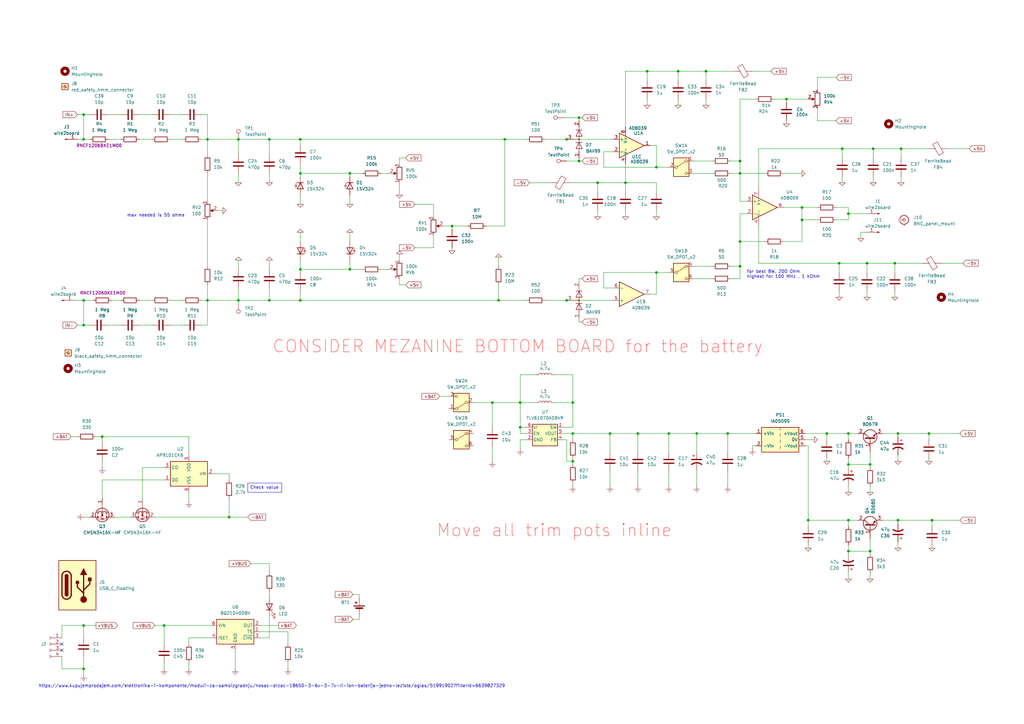
<source format=kicad_sch>
(kicad_sch (version 20250114) (generator "eeschema") (generator_version "9.0")
  (paper "A3")
  (title_block (title "1:200 600V 100 MHz differential probe") (rev "v1") (company "TPI"))
  (text "CONSIDER MEZANINE BOTTOM BOARD for the battery" (at 212.344 142.24 0) (effects (font (size 5.08 5.08))))
  (text "for best BW, 200 Ohm\nhighest for 100 MHz , 1 kOhm" (at 306.324 114.3 0) (effects (font (size 1.27 1.27)) (justify left bottom)))
  (text "Move all trim pots inline" (at 227.33 217.678 0) (effects (font (size 5.08 5.08))))
  (text "max needed is 55 ohms\n" (at 52.07 89.154 0) (effects (font (size 1.27 1.27)) (justify left bottom)))
  (text "https://www.kupujemprodajem.com/elektronika-i-komponente/moduli-za-samoizgradnju/nosac-drzac-18650-3-6v-3-7v-li-ion-baterija-jedno-leziste/oglas/51991902?filterId=6639827329" (at 111.506 281.432 0) (effects (font (size 1.27 1.27))))
  (text_box "Check value" (at 101.6 198.12 0) (size 13.97 3.81) (margins 0.9525 0.9525 0.9525 0.9525) (effects (font (size 1.27 1.27)) (justify left top)))
  (junction (at 85.09 57.15))
  (junction (at 245.11 74.93))
  (junction (at 93.98 212.09))
  (junction (at 368.3 177.8))
  (junction (at 339.09 177.8))
  (junction (at 356.87 190.5))
  (junction (at 237.49 66.04))
  (junction (at 123.19 71.12))
  (junction (at 207.01 57.15))
  (junction (at 285.75 177.8))
  (junction (at 67.31 256.54))
  (junction (at 201.93 165.1))
  (junction (at 368.3 213.36))
  (junction (at 234.95 165.1))
  (junction (at 143.51 110.49))
  (junction (at 356.87 226.06))
  (junction (at 41.91 179.07))
  (junction (at 123.19 57.15))
  (junction (at 234.95 189.23))
  (junction (at 34.29 274.32))
  (junction (at 34.29 57.15))
  (junction (at 298.45 177.8))
  (junction (at 367.03 107.95))
  (junction (at 34.29 123.19))
  (junction (at 369.57 60.96))
  (junction (at 232.41 57.15))
  (junction (at 269.24 68.58))
  (junction (at 123.19 123.19))
  (junction (at 269.24 111.76))
  (junction (at 34.29 46.99))
  (junction (at 97.79 123.19))
  (junction (at 331.47 213.36))
  (junction (at 261.62 177.8))
  (junction (at 34.29 256.54))
  (junction (at 265.43 29.21))
  (junction (at 347.98 177.8))
  (junction (at 237.49 48.26))
  (junction (at 382.27 213.36))
  (junction (at 347.98 226.06))
  (junction (at 347.98 213.36))
  (junction (at 143.51 71.12))
  (junction (at 85.09 123.19))
  (junction (at 213.36 165.1))
  (junction (at 344.17 107.95))
  (junction (at 34.29 133.35))
  (junction (at 123.19 110.49))
  (junction (at 204.47 123.19))
  (junction (at 110.49 57.15))
  (junction (at 303.53 109.22))
  (junction (at 185.42 92.71))
  (junction (at 345.44 60.96))
  (junction (at 256.54 74.93))
  (junction (at 213.36 175.26))
  (junction (at 278.13 29.21))
  (junction (at 232.41 123.19))
  (junction (at 322.58 40.64))
  (junction (at 289.56 29.21))
  (junction (at 250.19 177.8))
  (junction (at 347.98 87.63))
  (junction (at 303.53 66.04))
  (junction (at 347.98 190.5))
  (junction (at 303.53 99.06))
  (junction (at 358.14 60.96))
  (junction (at 328.93 90.17))
  (junction (at 274.32 177.8))
  (junction (at 234.95 177.8))
  (junction (at 303.53 71.12))
  (junction (at 110.49 123.19))
  (junction (at 328.93 85.09))
  (junction (at 381 177.8))
  (junction (at 97.79 57.15))
  (junction (at 355.6 107.95))
  (no_connect (at 25.4 266.7))
  (no_connect (at 25.4 264.16))
  (wire (pts (xy 77.47 179.07) (xy 77.47 186.69)))
  (wire (pts (xy 25.4 274.32) (xy 34.29 274.32)))
  (wire (pts (xy 289.56 29.21) (xy 300.99 29.21)))
  (wire (pts (xy 232.41 180.34) (xy 232.41 189.23)))
  (wire (pts (xy 97.79 57.15) (xy 110.49 57.15)))
  (wire (pts (xy 57.15 133.35) (xy 62.23 133.35)))
  (wire (pts (xy 96.52 266.7) (xy 96.52 274.32)))
  (wire (pts (xy 238.76 114.3) (xy 237.49 114.3)))
  (wire (pts (xy 353.06 95.25) (xy 353.06 97.79)))
  (wire (pts (xy 261.62 177.8) (xy 261.62 185.42)))
  (wire (pts (xy 223.52 123.19) (xy 232.41 123.19)))
  (wire (pts (xy 386.08 107.95) (xy 394.97 107.95)))
  (wire (pts (xy 85.09 123.19) (xy 97.79 123.19)))
  (wire (pts (xy 339.09 189.23) (xy 339.09 187.96)))
  (wire (pts (xy 67.31 191.77) (xy 58.42 191.77)))
  (wire (pts (xy 278.13 29.21) (xy 289.56 29.21)))
  (wire (pts (xy 77.47 201.93) (xy 77.47 205.74)))
  (wire (pts (xy 285.75 193.04) (xy 285.75 199.39)))
  (wire (pts (xy 234.95 177.8) (xy 250.19 177.8)))
  (wire (pts (xy 231.14 177.8) (xy 234.95 177.8)))
  (wire (pts (xy 234.95 180.34) (xy 234.95 177.8)))
  (wire (pts (xy 369.57 60.96) (xy 381 60.96)))
  (wire (pts (xy 31.75 57.15) (xy 34.29 57.15)))
  (wire (pts (xy 34.29 274.32) (xy 34.29 276.86)))
  (wire (pts (xy 25.4 261.62) (xy 25.4 256.54)))
  (wire (pts (xy 143.51 71.12) (xy 148.59 71.12)))
  (wire (pts (xy 194.31 165.1) (xy 201.93 165.1)))
  (wire (pts (xy 356.87 227.33) (xy 356.87 226.06)))
  (wire (pts (xy 284.48 109.22) (xy 292.1 109.22)))
  (wire (pts (xy 185.42 101.6) (xy 185.42 102.87)))
  (wire (pts (xy 331.47 213.36) (xy 347.98 213.36)))
  (wire (pts (xy 67.31 196.85) (xy 41.91 196.85)))
  (wire (pts (xy 388.62 60.96) (xy 397.51 60.96)))
  (wire (pts (xy 344.17 107.95) (xy 344.17 111.76)))
  (wire (pts (xy 232.41 189.23) (xy 234.95 189.23)))
  (wire (pts (xy 93.98 194.31) (xy 87.63 194.31)))
  (wire (pts (xy 299.72 109.22) (xy 303.53 109.22)))
  (wire (pts (xy 299.72 71.12) (xy 303.53 71.12)))
  (wire (pts (xy 101.6 212.09) (xy 93.98 212.09)))
  (wire (pts (xy 110.49 261.62) (xy 106.68 261.62)))
  (wire (pts (xy 311.15 60.96) (xy 345.44 60.96)))
  (wire (pts (xy 368.3 213.36) (xy 382.27 213.36)))
  (wire (pts (xy 347.98 226.06) (xy 347.98 227.33)))
  (wire (pts (xy 118.11 274.32) (xy 118.11 271.78)))
  (wire (pts (xy 367.03 107.95) (xy 367.03 111.76)))
  (wire (pts (xy 317.5 40.64) (xy 322.58 40.64)))
  (wire (pts (xy 347.98 177.8) (xy 351.79 177.8)))
  (wire (pts (xy 97.79 124.46) (xy 97.79 123.19)))
  (wire (pts (xy 368.3 177.8) (xy 381 177.8)))
  (wire (pts (xy 232.41 57.15) (xy 251.46 57.15)))
  (wire (pts (xy 269.24 68.58) (xy 274.32 68.58)))
  (wire (pts (xy 93.98 204.47) (xy 93.98 212.09)))
  (wire (pts (xy 328.93 99.06) (xy 321.31 99.06)))
  (wire (pts (xy 311.15 107.95) (xy 311.15 92.71)))
  (wire (pts (xy 328.93 90.17) (xy 328.93 99.06)))
  (wire (pts (xy 201.93 182.88) (xy 201.93 189.23)))
  (wire (pts (xy 274.32 177.8) (xy 285.75 177.8)))
  (wire (pts (xy 207.01 57.15) (xy 207.01 92.71)))
  (wire (pts (xy 342.9 85.09) (xy 347.98 85.09)))
  (wire (pts (xy 265.43 40.64) (xy 265.43 43.18)))
  (wire (pts (xy 331.47 182.88) (xy 330.2 182.88)))
  (wire (pts (xy 356.87 201.93) (xy 356.87 199.39)))
  (wire (pts (xy 303.53 87.63) (xy 303.53 99.06)))
  (wire (pts (xy 118.11 259.08) (xy 118.11 264.16)))
  (wire (pts (xy 368.3 177.8) (xy 368.3 179.07)))
  (wire (pts (xy 347.98 87.63) (xy 347.98 85.09)))
  (wire (pts (xy 77.47 274.32) (xy 77.47 271.78)))
  (wire (pts (xy 67.31 256.54) (xy 86.36 256.54)))
  (wire (pts (xy 368.3 189.23) (xy 368.3 186.69)))
  (wire (pts (xy 110.49 123.19) (xy 123.19 123.19)))
  (wire (pts (xy 110.49 71.12) (xy 110.49 74.93)))
  (wire (pts (xy 215.9 177.8) (xy 213.36 177.8)))
  (wire (pts (xy 232.41 123.19) (xy 251.46 123.19)))
  (wire (pts (xy 311.15 60.96) (xy 311.15 77.47)))
  (wire (pts (xy 256.54 74.93) (xy 256.54 78.74)))
  (wire (pts (xy 347.98 213.36) (xy 351.79 213.36)))
  (wire (pts (xy 347.98 237.49) (xy 347.98 234.95)))
  (wire (pts (xy 31.75 46.99) (xy 34.29 46.99)))
  (wire (pts (xy 110.49 252.73) (xy 110.49 261.62)))
  (wire (pts (xy 57.15 57.15) (xy 62.23 57.15)))
  (wire (pts (xy 177.8 83.82) (xy 177.8 88.9)))
  (wire (pts (xy 82.55 46.99) (xy 85.09 46.99)))
  (wire (pts (xy 308.61 29.21) (xy 316.23 29.21)))
  (wire (pts (xy 45.72 123.19) (xy 49.53 123.19)))
  (wire (pts (xy 309.88 40.64) (xy 303.53 40.64)))
  (wire (pts (xy 321.31 71.12) (xy 328.93 71.12)))
  (wire (pts (xy 247.65 62.23) (xy 247.65 68.58)))
  (wire (pts (xy 69.85 123.19) (xy 74.93 123.19)))
  (wire (pts (xy 143.51 71.12) (xy 143.51 72.39)))
  (wire (pts (xy 303.53 87.63) (xy 306.07 87.63)))
  (wire (pts (xy 382.27 224.79) (xy 382.27 223.52)))
  (wire (pts (xy 381 177.8) (xy 393.7 177.8)))
  (wire (pts (xy 269.24 74.93) (xy 269.24 78.74)))
  (wire (pts (xy 199.39 92.71) (xy 207.01 92.71)))
  (wire (pts (xy 284.48 114.3) (xy 292.1 114.3)))
  (wire (pts (xy 201.93 165.1) (xy 201.93 175.26)))
  (wire (pts (xy 298.45 199.39) (xy 298.45 193.04)))
  (wire (pts (xy 361.95 213.36) (xy 368.3 213.36)))
  (wire (pts (xy 269.24 59.69) (xy 266.7 59.69)))
  (wire (pts (xy 123.19 71.12) (xy 143.51 71.12)))
  (wire (pts (xy 308.61 182.88) (xy 309.88 182.88)))
  (wire (pts (xy 250.19 177.8) (xy 261.62 177.8)))
  (wire (pts (xy 247.65 111.76) (xy 269.24 111.76)))
  (wire (pts (xy 265.43 29.21) (xy 265.43 33.02)))
  (wire (pts (xy 308.61 184.15) (xy 308.61 182.88)))
  (wire (pts (xy 147.32 243.84) (xy 144.78 243.84)))
  (wire (pts (xy 156.21 110.49) (xy 160.02 110.49)))
  (wire (pts (xy 67.31 271.78) (xy 67.31 274.32)))
  (wire (pts (xy 143.51 110.49) (xy 148.59 110.49)))
  (wire (pts (xy 356.87 226.06) (xy 356.87 220.98)))
  (wire (pts (xy 102.87 231.14) (xy 110.49 231.14)))
  (wire (pts (xy 358.14 72.39) (xy 358.14 74.93)))
  (wire (pts (xy 353.06 95.25) (xy 355.6 95.25)))
  (wire (pts (xy 285.75 177.8) (xy 298.45 177.8)))
  (wire (pts (xy 347.98 177.8) (xy 347.98 180.34)))
  (wire (pts (xy 303.53 71.12) (xy 313.69 71.12)))
  (wire (pts (xy 347.98 213.36) (xy 347.98 215.9)))
  (wire (pts (xy 303.53 40.64) (xy 303.53 66.04)))
  (wire (pts (xy 41.91 189.23) (xy 41.91 191.77)))
  (wire (pts (xy 34.29 46.99) (xy 34.29 57.15)))
  (wire (pts (xy 156.21 71.12) (xy 160.02 71.12)))
  (wire (pts (xy 57.15 123.19) (xy 62.23 123.19)))
  (wire (pts (xy 77.47 261.62) (xy 77.47 264.16)))
  (wire (pts (xy 331.47 224.79) (xy 331.47 223.52)))
  (wire (pts (xy 97.79 123.19) (xy 110.49 123.19)))
  (wire (pts (xy 299.72 114.3) (xy 303.53 114.3)))
  (wire (pts (xy 39.37 179.07) (xy 41.91 179.07)))
  (wire (pts (xy 303.53 82.55) (xy 306.07 82.55)))
  (wire (pts (xy 347.98 187.96) (xy 347.98 190.5)))
  (wire (pts (xy 25.4 269.24) (xy 25.4 274.32)))
  (wire (pts (xy 367.03 107.95) (xy 378.46 107.95)))
  (wire (pts (xy 31.75 133.35) (xy 34.29 133.35)))
  (wire (pts (xy 322.58 40.64) (xy 322.58 41.91)))
  (wire (pts (xy 213.36 175.26) (xy 213.36 177.8)))
  (wire (pts (xy 34.29 269.24) (xy 34.29 274.32)))
  (wire (pts (xy 170.18 83.82) (xy 177.8 83.82)))
  (wire (pts (xy 247.65 118.11) (xy 247.65 111.76)))
  (wire (pts (xy 234.95 175.26) (xy 231.14 175.26)))
  (wire (pts (xy 85.09 71.12) (xy 85.09 82.55)))
  (wire (pts (xy 237.49 132.08) (xy 237.49 130.81)))
  (wire (pts (xy 34.29 133.35) (xy 34.29 123.19)))
  (wire (pts (xy 245.11 86.36) (xy 245.11 88.9)))
  (wire (pts (xy 85.09 46.99) (xy 85.09 57.15)))
  (wire (pts (xy 245.11 74.93) (xy 233.68 74.93)))
  (wire (pts (xy 29.21 179.07) (xy 31.75 179.07)))
  (wire (pts (xy 298.45 177.8) (xy 309.88 177.8)))
  (wire (pts (xy 369.57 60.96) (xy 369.57 64.77)))
  (wire (pts (xy 177.8 96.52) (xy 177.8 101.6)))
  (wire (pts (xy 143.51 99.06) (xy 143.51 95.25)))
  (wire (pts (xy 226.06 74.93) (xy 217.17 74.93)))
  (wire (pts (xy 143.51 106.68) (xy 143.51 110.49)))
  (wire (pts (xy 355.6 119.38) (xy 355.6 121.92)))
  (wire (pts (xy 299.72 66.04) (xy 303.53 66.04)))
  (wire (pts (xy 166.37 116.84) (xy 163.83 116.84)))
  (wire (pts (xy 303.53 114.3) (xy 303.53 109.22)))
  (wire (pts (xy 166.37 64.77) (xy 163.83 64.77)))
  (wire (pts (xy 269.24 68.58) (xy 269.24 59.69)))
  (wire (pts (xy 238.76 48.26) (xy 237.49 48.26)))
  (wire (pts (xy 261.62 193.04) (xy 261.62 199.39)))
  (wire (pts (xy 97.79 57.15) (xy 97.79 63.5)))
  (wire (pts (xy 331.47 182.88) (xy 331.47 213.36)))
  (wire (pts (xy 85.09 123.19) (xy 85.09 116.84)))
  (wire (pts (xy 123.19 57.15) (xy 123.19 59.69)))
  (wire (pts (xy 238.76 66.04) (xy 237.49 66.04)))
  (wire (pts (xy 118.11 259.08) (xy 106.68 259.08)))
  (wire (pts (xy 82.55 133.35) (xy 85.09 133.35)))
  (wire (pts (xy 274.32 177.8) (xy 274.32 185.42)))
  (wire (pts (xy 44.45 46.99) (xy 49.53 46.99)))
  (wire (pts (xy 285.75 177.8) (xy 285.75 185.42)))
  (wire (pts (xy 69.85 133.35) (xy 74.93 133.35)))
  (wire (pts (xy 85.09 133.35) (xy 85.09 123.19)))
  (wire (pts (xy 303.53 66.04) (xy 303.53 71.12)))
  (wire (pts (xy 368.3 224.79) (xy 368.3 222.25)))
  (wire (pts (xy 181.61 92.71) (xy 185.42 92.71)))
  (wire (pts (xy 347.98 223.52) (xy 347.98 226.06)))
  (wire (pts (xy 265.43 29.21) (xy 278.13 29.21)))
  (wire (pts (xy 250.19 177.8) (xy 250.19 185.42)))
  (wire (pts (xy 201.93 165.1) (xy 213.36 165.1)))
  (wire (pts (xy 110.49 123.19) (xy 110.49 118.11)))
  (wire (pts (xy 123.19 111.76) (xy 123.19 110.49)))
  (wire (pts (xy 274.32 193.04) (xy 274.32 199.39)))
  (wire (pts (xy 347.98 190.5) (xy 356.87 190.5)))
  (wire (pts (xy 46.99 212.09) (xy 53.34 212.09)))
  (wire (pts (xy 34.29 212.09) (xy 36.83 212.09)))
  (wire (pts (xy 185.42 92.71) (xy 185.42 93.98)))
  (wire (pts (xy 170.18 101.6) (xy 177.8 101.6)))
  (wire (pts (xy 123.19 80.01) (xy 123.19 83.82)))
  (wire (pts (xy 123.19 106.68) (xy 123.19 110.49)))
  (wire (pts (xy 330.2 177.8) (xy 339.09 177.8)))
  (wire (pts (xy 344.17 119.38) (xy 344.17 121.92)))
  (wire (pts (xy 381 189.23) (xy 381 187.96)))
  (wire (pts (xy 34.29 256.54) (xy 34.29 261.62)))
  (wire (pts (xy 322.58 49.53) (xy 322.58 50.8)))
  (wire (pts (xy 347.98 201.93) (xy 347.98 199.39)))
  (wire (pts (xy 278.13 29.21) (xy 278.13 33.02)))
  (wire (pts (xy 303.53 71.12) (xy 303.53 82.55)))
  (wire (pts (xy 41.91 179.07) (xy 41.91 181.61)))
  (wire (pts (xy 77.47 261.62) (xy 86.36 261.62)))
  (wire (pts (xy 355.6 107.95) (xy 355.6 111.76)))
  (wire (pts (xy 342.9 49.53) (xy 335.28 49.53)))
  (wire (pts (xy 123.19 110.49) (xy 143.51 110.49)))
  (wire (pts (xy 347.98 90.17) (xy 347.98 87.63)))
  (wire (pts (xy 163.83 116.84) (xy 163.83 114.3)))
  (wire (pts (xy 339.09 177.8) (xy 339.09 180.34)))
  (wire (pts (xy 123.19 71.12) (xy 123.19 72.39)))
  (wire (pts (xy 227.33 165.1) (xy 234.95 165.1)))
  (wire (pts (xy 250.19 193.04) (xy 250.19 199.39)))
  (wire (pts (xy 223.52 57.15) (xy 232.41 57.15)))
  (wire (pts (xy 30.48 123.19) (xy 34.29 123.19)))
  (wire (pts (xy 97.79 123.19) (xy 97.79 118.11)))
  (wire (pts (xy 97.79 106.68) (xy 97.79 110.49)))
  (wire (pts (xy 247.65 68.58) (xy 269.24 68.58)))
  (wire (pts (xy 237.49 48.26) (xy 237.49 49.53)))
  (wire (pts (xy 331.47 213.36) (xy 331.47 215.9)))
  (wire (pts (xy 303.53 109.22) (xy 303.53 99.06)))
  (wire (pts (xy 25.4 256.54) (xy 34.29 256.54)))
  (wire (pts (xy 328.93 85.09) (xy 335.28 85.09)))
  (wire (pts (xy 110.49 57.15) (xy 110.49 63.5)))
  (wire (pts (xy 67.31 256.54) (xy 67.31 264.16)))
  (wire (pts (xy 347.98 226.06) (xy 356.87 226.06)))
  (wire (pts (xy 269.24 111.76) (xy 274.32 111.76)))
  (wire (pts (xy 256.54 86.36) (xy 256.54 88.9)))
  (wire (pts (xy 213.36 180.34) (xy 215.9 180.34)))
  (wire (pts (xy 245.11 74.93) (xy 245.11 78.74)))
  (wire (pts (xy 334.01 180.34) (xy 330.2 180.34)))
  (wire (pts (xy 219.71 165.1) (xy 213.36 165.1)))
  (wire (pts (xy 256.54 67.31) (xy 256.54 74.93)))
  (wire (pts (xy 123.19 57.15) (xy 207.01 57.15)))
  (wire (pts (xy 344.17 107.95) (xy 355.6 107.95)))
  (wire (pts (xy 335.28 49.53) (xy 335.28 44.45)))
  (wire (pts (xy 82.55 57.15) (xy 85.09 57.15)))
  (wire (pts (xy 368.3 213.36) (xy 368.3 214.63)))
  (wire (pts (xy 123.19 123.19) (xy 204.47 123.19)))
  (wire (pts (xy 123.19 119.38) (xy 123.19 123.19)))
  (wire (pts (xy 335.28 36.83) (xy 335.28 31.75)))
  (wire (pts (xy 289.56 29.21) (xy 289.56 33.02)))
  (wire (pts (xy 44.45 57.15) (xy 49.53 57.15)))
  (wire (pts (xy 284.48 66.04) (xy 292.1 66.04)))
  (wire (pts (xy 256.54 29.21) (xy 265.43 29.21)))
  (wire (pts (xy 232.41 66.04) (xy 237.49 66.04)))
  (wire (pts (xy 361.95 177.8) (xy 368.3 177.8)))
  (wire (pts (xy 123.19 67.31) (xy 123.19 71.12)))
  (wire (pts (xy 269.24 86.36) (xy 269.24 88.9)))
  (wire (pts (xy 213.36 153.67) (xy 213.36 165.1)))
  (wire (pts (xy 328.93 85.09) (xy 328.93 90.17)))
  (wire (pts (xy 356.87 190.5) (xy 356.87 185.42)))
  (wire (pts (xy 234.95 165.1) (xy 234.95 175.26)))
  (wire (pts (xy 345.44 72.39) (xy 345.44 74.93)))
  (wire (pts (xy 344.17 107.95) (xy 311.15 107.95)))
  (wire (pts (xy 345.44 60.96) (xy 358.14 60.96)))
  (wire (pts (xy 331.47 40.64) (xy 322.58 40.64)))
  (wire (pts (xy 58.42 191.77) (xy 58.42 204.47)))
  (wire (pts (xy 185.42 92.71) (xy 191.77 92.71)))
  (wire (pts (xy 34.29 46.99) (xy 36.83 46.99)))
  (wire (pts (xy 358.14 60.96) (xy 358.14 64.77)))
  (wire (pts (xy 213.36 184.15) (xy 213.36 180.34)))
  (wire (pts (xy 163.83 74.93) (xy 163.83 80.01)))
  (wire (pts (xy 289.56 40.64) (xy 289.56 43.18)))
  (wire (pts (xy 85.09 90.17) (xy 85.09 109.22)))
  (wire (pts (xy 147.32 252.73) (xy 147.32 254)))
  (wire (pts (xy 382.27 213.36) (xy 382.27 215.9)))
  (wire (pts (xy 213.36 175.26) (xy 215.9 175.26)))
  (wire (pts (xy 342.9 90.17) (xy 347.98 90.17)))
  (wire (pts (xy 335.28 90.17) (xy 328.93 90.17)))
  (wire (pts (xy 93.98 196.85) (xy 93.98 194.31)))
  (wire (pts (xy 321.31 85.09) (xy 328.93 85.09)))
  (wire (pts (xy 367.03 119.38) (xy 367.03 121.92)))
  (wire (pts (xy 85.09 57.15) (xy 97.79 57.15)))
  (wire (pts (xy 34.29 256.54) (xy 39.37 256.54)))
  (wire (pts (xy 34.29 123.19) (xy 38.1 123.19)))
  (wire (pts (xy 356.87 237.49) (xy 356.87 234.95)))
  (wire (pts (xy 356.87 191.77) (xy 356.87 190.5)))
  (wire (pts (xy 63.5 256.54) (xy 67.31 256.54)))
  (wire (pts (xy 347.98 190.5) (xy 347.98 191.77)))
  (wire (pts (xy 204.47 123.19) (xy 215.9 123.19)))
  (wire (pts (xy 163.83 106.68) (xy 163.83 104.14)))
  (wire (pts (xy 163.83 64.77) (xy 163.83 67.31)))
  (wire (pts (xy 143.51 80.01) (xy 143.51 83.82)))
  (wire (pts (xy 234.95 187.96) (xy 234.95 189.23)))
  (wire (pts (xy 269.24 111.76) (xy 269.24 120.65)))
  (wire (pts (xy 85.09 57.15) (xy 85.09 63.5)))
  (wire (pts (xy 204.47 116.84) (xy 204.47 123.19)))
  (wire (pts (xy 82.55 123.19) (xy 85.09 123.19)))
  (wire (pts (xy 147.32 254) (xy 144.78 254)))
  (wire (pts (xy 342.9 31.75) (xy 335.28 31.75)))
  (wire (pts (xy 227.33 153.67) (xy 234.95 153.67)))
  (wire (pts (xy 213.36 165.1) (xy 213.36 175.26)))
  (wire (pts (xy 114.3 256.54) (xy 106.68 256.54)))
  (wire (pts (xy 234.95 189.23) (xy 234.95 190.5)))
  (wire (pts (xy 251.46 62.23) (xy 247.65 62.23)))
  (wire (pts (xy 91.44 86.36) (xy 88.9 86.36)))
  (wire (pts (xy 41.91 196.85) (xy 41.91 204.47)))
  (wire (pts (xy 278.13 40.64) (xy 278.13 43.18)))
  (wire (pts (xy 269.24 74.93) (xy 256.54 74.93)))
  (wire (pts (xy 234.95 198.12) (xy 234.95 199.39)))
  (wire (pts (xy 303.53 99.06) (xy 313.69 99.06)))
  (wire (pts (xy 41.91 179.07) (xy 77.47 179.07)))
  (wire (pts (xy 180.34 162.56) (xy 184.15 162.56)))
  (wire (pts (xy 69.85 46.99) (xy 74.93 46.99)))
  (wire (pts (xy 57.15 46.99) (xy 62.23 46.99)))
  (wire (pts (xy 237.49 66.04) (xy 237.49 64.77)))
  (wire (pts (xy 110.49 231.14) (xy 110.49 234.95)))
  (wire (pts (xy 381 177.8) (xy 381 180.34)))
  (wire (pts (xy 69.85 57.15) (xy 74.93 57.15)))
  (wire (pts (xy 345.44 60.96) (xy 345.44 64.77)))
  (wire (pts (xy 110.49 106.68) (xy 110.49 110.49)))
  (wire (pts (xy 284.48 71.12) (xy 292.1 71.12)))
  (wire (pts (xy 347.98 87.63) (xy 355.6 87.63)))
  (wire (pts (xy 261.62 177.8) (xy 274.32 177.8)))
  (wire (pts (xy 44.45 133.35) (xy 49.53 133.35)))
  (wire (pts (xy 358.14 60.96) (xy 369.57 60.96)))
  (wire (pts (xy 110.49 57.15) (xy 123.19 57.15)))
  (wire (pts (xy 256.54 74.93) (xy 245.11 74.93)))
  (wire (pts (xy 238.76 132.08) (xy 237.49 132.08)))
  (wire (pts (xy 298.45 177.8) (xy 298.45 185.42)))
  (wire (pts (xy 110.49 242.57) (xy 110.49 245.11)))
  (wire (pts (xy 231.14 180.34) (xy 232.41 180.34)))
  (wire (pts (xy 369.57 72.39) (xy 369.57 74.93)))
  (wire (pts (xy 339.09 177.8) (xy 347.98 177.8)))
  (wire (pts (xy 147.32 245.11) (xy 147.32 243.84)))
  (wire (pts (xy 34.29 133.35) (xy 36.83 133.35)))
  (wire (pts (xy 355.6 107.95) (xy 367.03 107.95)))
  (wire (pts (xy 269.24 120.65) (xy 266.7 120.65)))
  (wire (pts (xy 231.14 48.26) (xy 237.49 48.26)))
  (wire (pts (xy 123.19 99.06) (xy 123.19 95.25)))
  (wire (pts (xy 256.54 29.21) (xy 256.54 52.07)))
  (wire (pts (xy 93.98 212.09) (xy 63.5 212.09)))
  (wire (pts (xy 251.46 118.11) (xy 247.65 118.11)))
  (wire (pts (xy 237.49 114.3) (xy 237.49 115.57)))
  (wire (pts (xy 234.95 153.67) (xy 234.95 165.1)))
  (wire (pts (xy 97.79 71.12) (xy 97.79 74.93)))
  (wire (pts (xy 204.47 109.22) (xy 204.47 105.41)))
  (wire (pts (xy 219.71 153.67) (xy 213.36 153.67)))
  (wire (pts (xy 207.01 57.15) (xy 215.9 57.15)))
  (wire (pts (xy 34.29 57.15) (xy 36.83 57.15)))
  (wire (pts (xy 382.27 213.36) (xy 393.7 213.36)))
  (global_label "IN-" (shape input) (at 31.75 133.35 180) (property "Intersheetrefs" "${INTERSHEET_REFS}" (effects (hide yes))))
  (global_label "+5V" (shape input) (at 170.18 83.82 180) (property "Intersheetrefs" "${INTERSHEET_REFS}" (effects (hide yes))))
  (global_label "-5V" (shape input) (at 394.97 107.95 0) (property "Intersheetrefs" "${INTERSHEET_REFS}" (effects (hide yes))))
  (global_label "-5V" (shape input) (at 238.76 66.04 0) (property "Intersheetrefs" "${INTERSHEET_REFS}" (effects (hide yes))))
  (global_label "+5V" (shape input) (at 238.76 114.3 0) (property "Intersheetrefs" "${INTERSHEET_REFS}" (effects (hide yes))))
  (global_label "+5V" (shape input) (at 316.23 29.21 0) (property "Intersheetrefs" "${INTERSHEET_REFS}" (effects (hide yes))))
  (global_label "-BAT" (shape input) (at 144.78 254 180) (property "Intersheetrefs" "${INTERSHEET_REFS}" (effects (hide yes))))
  (global_label "+VBUS" (shape input) (at 63.5 256.54 180) (property "Intersheetrefs" "${INTERSHEET_REFS}" (effects (hide yes))))
  (global_label "-5V" (shape input) (at 393.7 213.36 0) (property "Intersheetrefs" "${INTERSHEET_REFS}" (effects (hide yes))))
  (global_label "+5V" (shape input) (at 397.51 60.96 0) (property "Intersheetrefs" "${INTERSHEET_REFS}" (effects (hide yes))))
  (global_label "+BAT" (shape output) (at 114.3 256.54 0) (property "Intersheetrefs" "${INTERSHEET_REFS}" (effects (hide yes))))
  (global_label "-5V" (shape input) (at 170.18 101.6 180) (property "Intersheetrefs" "${INTERSHEET_REFS}" (effects (hide yes))))
  (global_label "+BAT" (shape input) (at 180.34 162.56 180) (property "Intersheetrefs" "${INTERSHEET_REFS}" (effects (hide yes))))
  (global_label "+5V" (shape input) (at 166.37 116.84 0) (property "Intersheetrefs" "${INTERSHEET_REFS}" (effects (hide yes))))
  (global_label "+BAT" (shape input) (at 144.78 243.84 180) (property "Intersheetrefs" "${INTERSHEET_REFS}" (effects (hide yes))))
  (global_label "-5V" (shape input) (at 217.17 74.93 180) (property "Intersheetrefs" "${INTERSHEET_REFS}" (effects (hide yes))))
  (global_label "+5V" (shape input) (at 342.9 49.53 0) (property "Intersheetrefs" "${INTERSHEET_REFS}" (effects (hide yes))))
  (global_label "-5V" (shape input) (at 238.76 132.08 0) (property "Intersheetrefs" "${INTERSHEET_REFS}" (effects (hide yes))))
  (global_label "+VBUS" (shape output) (at 39.37 256.54 0) (property "Intersheetrefs" "${INTERSHEET_REFS}" (effects (hide yes))))
  (global_label "+VBUS" (shape input) (at 102.87 231.14 180) (property "Intersheetrefs" "${INTERSHEET_REFS}" (effects (hide yes))))
  (global_label "+5V" (shape input) (at 238.76 48.26 0) (property "Intersheetrefs" "${INTERSHEET_REFS}" (effects (hide yes))))
  (global_label "IN+" (shape input) (at 31.75 46.99 180) (property "Intersheetrefs" "${INTERSHEET_REFS}" (effects (hide yes))))
  (global_label "+5V" (shape input) (at 166.37 64.77 0) (property "Intersheetrefs" "${INTERSHEET_REFS}" (effects (hide yes))))
  (global_label "-5V" (shape input) (at 342.9 31.75 0) (property "Intersheetrefs" "${INTERSHEET_REFS}" (effects (hide yes))))
  (global_label "+5V" (shape input) (at 393.7 177.8 0) (property "Intersheetrefs" "${INTERSHEET_REFS}" (effects (hide yes))))
  (global_label "-BAT" (shape input) (at 101.6 212.09 0) (property "Intersheetrefs" "${INTERSHEET_REFS}" (effects (hide yes))))
  (global_label "+BAT" (shape input) (at 29.21 179.07 180) (property "Intersheetrefs" "${INTERSHEET_REFS}" (effects (hide yes))))
  (symbol (lib_id "Device:R") (at 35.56 179.07 90) (mirror x) (unit 1)
    (property "Reference" "R30" (at 35.56 172.72 90))
    (property "Value" "330" (at 35.56 175.26 90))
    (property "Footprint" "Resistor_SMD:R_0603_1608Metric_Pad0.98x0.95mm_HandSolder" (effects (hide yes)))
  )
  (symbol (lib_id "Device:FerriteBead") (at 382.27 107.95 90) (mirror x) (unit 1)
    (property "Reference" "FB3" (at 382.2192 115.57 90))
    (property "Value" "FerriteBead" (at 382.2192 113.03 90))
    (property "Footprint" "Inductor_SMD:L_0603_1608Metric_Pad1.05x0.95mm_HandSolder" (effects (hide yes)))
    (property "Description" "Ferrite bead" (effects (hide yes)))
  )
  (symbol (lib_id "Device:C") (at 339.09 184.15 0) (mirror y) (unit 1)
    (property "Reference" "C3" (at 342.9 182.88 0) (effects (justify right)))
    (property "Value" "1u" (at 342.9 185.42 0) (effects (justify right)))
    (property "Footprint" "Resistor_SMD:R_0603_1608Metric_Pad0.98x0.95mm_HandSolder" (effects (hide yes)))
  )
  (symbol (lib_id "Device:R") (at 295.91 71.12 90) (mirror x) (unit 1)
    (property "Reference" "R20" (at 298.45 76.2 90) (effects (justify left)))
    (property "Value" "500" (at 297.942 73.914 90) (effects (justify left)))
    (property "Footprint" "Resistor_SMD:R_0603_1608Metric_Pad0.98x0.95mm_HandSolder" (effects (hide yes)))
  )
  (symbol (lib_id "Simulation_SPICE:0") (at 123.19 83.82 0) (unit 1)
    (property "Reference" "#GND05" (effects (hide yes)))
    (property "Value" "0" (effects (hide yes)))
  )
  (symbol (lib_id "Device:C") (at 201.93 179.07 180) (unit 1)
    (property "Reference" "C43" (at 205.74 177.7999 0) (effects (justify right)))
    (property "Value" "10u" (at 205.74 180.3399 0) (effects (justify right)))
    (property "Footprint" "Resistor_SMD:R_1206_3216Metric_Pad1.30x1.75mm_HandSolder" (effects (hide yes)))
  )
  (symbol (lib_id "Device:L") (at 223.52 153.67 90) (unit 1)
    (property "Reference" "L2" (at 223.012 149.098 90))
    (property "Value" "4.7u" (at 223.52 151.13 90))
    (property "Footprint" "Inductor_THT:L_Radial_D7.5mm_P3.50mm_Fastron_07P" (effects (hide yes)))
    (property "Description" "Inductor" (effects (hide yes)))
  )
  (symbol (lib_id "Device:R") (at 356.87 231.14 180) (unit 1)
    (property "Reference" "R34" (at 359.41 229.8699 0) (effects (justify right)))
    (property "Value" "3k3" (at 359.41 232.4099 0) (effects (justify right)))
    (property "Footprint" "Resistor_SMD:R_0603_1608Metric_Pad0.98x0.95mm_HandSolder" (effects (hide yes)))
  )
  (symbol (lib_id "Device:C_Polarized_US") (at 347.98 195.58 0) (mirror y) (unit 1)
    (property "Reference" "C16" (at 344.17 193.6749 0) (effects (justify left)))
    (property "Value" "47u" (at 344.17 196.2149 0) (effects (justify left)))
    (property "Footprint" "Capacitor_THT:CP_Radial_D5.0mm_P2.00mm" (effects (hide yes)))
    (property "Description" "Polarized capacitor, US symbol" (effects (hide yes)))
  )
  (symbol (lib_id "power:Earth") (at 285.75 199.39 0) (unit 1)
    (property "Reference" "#PWR014" (effects (hide yes)))
    (property "Value" "Earth" (effects (hide yes)))
    (property "Description" "Power symbol creates a global label with name \"Earth\"" (effects (hide yes)))
  )
  (symbol (lib_id "power:Earth") (at 118.11 274.32 0) (unit 1)
    (property "Reference" "#PWR09" (effects (hide yes)))
    (property "Value" "Earth" (effects (hide yes)))
    (property "Description" "Power symbol creates a global label with name \"Earth\"" (effects (hide yes)))
  )
  (symbol (lib_id "Device:R_Potentiometer") (at 177.8 92.71 0) (mirror x) (unit 1) (exclude_from_sim yes)
    (property "Reference" "RV1" (at 175.26 91.44 0) (effects (justify right)))
    (property "Value" "100k" (at 175.26 93.98 0) (effects (justify right)))
    (property "Footprint" "Potentiometer_THT:Potentiometer_Bourns_3296W_Vertical" (effects (hide yes)))
  )
  (symbol (lib_id "power:Earth") (at 67.31 274.32 0) (unit 1)
    (property "Reference" "#PWR018" (effects (hide yes)))
    (property "Value" "Earth" (effects (hide yes)))
    (property "Description" "Power symbol creates a global label with name \"Earth\"" (effects (hide yes)))
  )
  (symbol (lib_id "Simulation_SPICE:0") (at 368.3 224.79 0) (mirror y) (unit 1)
    (property "Reference" "#GND026" (effects (hide yes)))
    (property "Value" "0" (effects (hide yes)))
  )
  (symbol (lib_id "Connector:TestPoint") (at 232.41 66.04 90) (unit 1)
    (property "Reference" "TP4" (at 229.108 60.96 90))
    (property "Value" "TestPoint" (at 229.108 63.5 90))
    (property "Footprint" "TestPoint:TestPoint_Pad_D2.0mm" (effects (hide yes)))
  )
  (symbol (lib_id "Device:R") (at 356.87 195.58 180) (unit 1)
    (property "Reference" "R32" (at 359.41 194.3099 0) (effects (justify right)))
    (property "Value" "3k3" (at 359.41 196.8499 0) (effects (justify right)))
    (property "Footprint" "Resistor_SMD:R_0603_1608Metric_Pad0.98x0.95mm_HandSolder" (effects (hide yes)))
  )
  (symbol (lib_id "Device:R") (at 66.04 57.15 90) (unit 1)
    (property "Reference" "R2" (at 66.04 50.8 90))
    (property "Value" "1 Meg" (at 66.04 53.34 90))
    (property "Footprint" "Resistor_SMD:R_1206_3216Metric_Pad1.30x1.75mm_HandSolder" (effects (hide yes)))
  )
  (symbol (lib_id "power:Earth") (at 250.19 199.39 0) (unit 1)
    (property "Reference" "#PWR015" (effects (hide yes)))
    (property "Value" "Earth" (effects (hide yes)))
    (property "Description" "Power symbol creates a global label with name \"Earth\"" (effects (hide yes)))
  )
  (symbol (lib_id "Device:R") (at 204.47 113.03 180) (unit 1)
    (property "Reference" "R23" (at 209.042 112.776 0))
    (property "Value" "10M" (at 209.042 115.316 0))
    (property "Footprint" "Resistor_SMD:R_0603_1608Metric_Pad0.98x0.95mm_HandSolder" (effects (hide yes)))
  )
  (symbol (lib_id "Device:R") (at 53.34 123.19 90) (mirror x) (unit 1)
    (property "Reference" "R9" (at 53.34 129.54 90))
    (property "Value" "1 Meg" (at 53.34 127 90))
    (property "Footprint" "Resistor_SMD:R_1206_3216Metric_Pad1.30x1.75mm_HandSolder" (effects (hide yes)))
  )
  (symbol (lib_id "Connector:Conn_01x01_Pin") (at 25.4 123.19 0) (unit 1)
    (property "Reference" "J4" (at 26.035 118.11 0))
    (property "Value" "wire2board" (at 26.035 120.65 0))
    (property "Footprint" "Connector_Wire:SolderWire-0.25sqmm_1x01_D0.65mm_OD1.7mm" (effects (hide yes)))
  )
  (symbol (lib_id "Device:C") (at 110.49 114.3 0) (mirror y) (unit 1)
    (property "Reference" "C5" (at 114.3 113.03 0) (effects (justify right)))
    (property "Value" "470p" (at 114.3 115.57 0) (effects (justify right)))
    (property "Footprint" "Resistor_SMD:R_0603_1608Metric_Pad0.98x0.95mm_HandSolder" (effects (hide yes)))
  )
  (symbol (lib_id "Mechanical:MountingHole") (at 26.67 29.21 0) (unit 1)
    (property "Reference" "H1" (at 29.21 27.94 0) (effects (justify left)))
    (property "Value" "MountingHole" (at 29.21 30.48 0) (effects (justify left)))
    (property "Footprint" "DS100M08KV:M3_with_screw" (effects (hide yes)))
  )
  (symbol (lib_id "Device:C_Polarized_US") (at 368.3 182.88 0) (mirror y) (unit 1)
    (property "Reference" "C44" (at 364.744 181.61 0) (effects (justify left)))
    (property "Value" "47u" (at 364.744 184.15 0) (effects (justify left)))
    (property "Footprint" "Capacitor_THT:CP_Radial_D5.0mm_P2.00mm" (effects (hide yes)))
    (property "Description" "Polarized capacitor, US symbol" (effects (hide yes)))
  )
  (symbol (lib_id "Simulation_SPICE:0") (at 368.3 189.23 0) (mirror y) (unit 1)
    (property "Reference" "#GND035" (effects (hide yes)))
    (property "Value" "0" (effects (hide yes)))
  )
  (symbol (lib_id "Simulation_SPICE:0") (at 381 189.23 0) (unit 1)
    (property "Reference" "#GND046" (effects (hide yes)))
    (property "Value" "0" (effects (hide yes)))
  )
  (symbol (lib_id "DS100M06V_linear:1SV324") (at 143.51 76.2 270) (unit 1)
    (property "Reference" "D1" (at 146.05 74.9299 90) (effects (justify left)))
    (property "Value" "1SV324" (at 146.05 77.4699 90) (effects (justify left)))
    (property "Footprint" "Diode_SMD:D_SOD-323_HandSoldering" (effects (hide yes)))
    (property "Description" "Variable capacitance diode" (effects (hide yes)))
  )
  (symbol (lib_id "Device:C") (at 66.04 133.35 270) (unit 1)
    (property "Reference" "C14" (at 66.04 140.97 90))
    (property "Value" "10p" (at 66.04 138.43 90))
    (property "Footprint" "Resistor_SMD:R_1206_3216Metric_Pad1.30x1.75mm_HandSolder" (effects (hide yes)))
  )
  (symbol (lib_id "power:Earth") (at 77.47 205.74 0) (unit 1)
    (property "Reference" "#PWR013" (effects (hide yes)))
    (property "Value" "Earth" (effects (hide yes)))
    (property "Description" "Power symbol creates a global label with name \"Earth\"" (effects (hide yes)))
  )
  (symbol (lib_id "Simulation_SPICE:0") (at 185.42 102.87 0) (unit 1)
    (property "Reference" "#GND031" (effects (hide yes)))
    (property "Value" "0" (effects (hide yes)))
  )
  (symbol (lib_id "Device:C") (at 250.19 189.23 180) (unit 1)
    (property "Reference" "C41" (at 254 187.9599 0) (effects (justify right)))
    (property "Value" "10u" (at 254 190.4999 0) (effects (justify right)))
    (property "Footprint" "Resistor_SMD:R_1206_3216Metric_Pad1.30x1.75mm_HandSolder" (effects (hide yes)))
  )
  (symbol (lib_id "Device:R") (at 110.49 238.76 180) (unit 1)
    (property "Reference" "R26" (at 113.03 237.4899 0) (effects (justify right)))
    (property "Value" "330" (at 113.03 240.0299 0) (effects (justify right)))
    (property "Footprint" "Resistor_SMD:R_0603_1608Metric_Pad0.98x0.95mm_HandSolder" (effects (hide yes)))
  )
  (symbol (lib_id "DS100M08KV:AD8009") (at 311.15 85.09 0) (unit 1)
    (property "Reference" "U4" (at 323.85 78.6698 0))
    (property "Value" "AD8009" (at 323.85 81.2098 0))
    (property "Footprint" "Package_SO:SOIC-8_3.9x4.9mm_P1.27mm" (effects (hide yes)))
    (property "Datasheet" "https://www.ti.com/lit/ds/symlink/tlv3541.pdf?ts=1716586558618&ref_url=https%253A%252F%252Fwww.mouser.de%252F#%5B%7B%22num%22%3A80%2C%22gen%22%3A0%7D%2C%7B%22name%22%3A%22XYZ%22%7D%2C0%2C593.9%2C0%5D" (effects (hide yes)))
    (property "Description" "High speed Operational Amplifier, SOIC-8" (effects (hide yes)))
    (property "Sim.Library" "/home/ostoja/KiCad/models/opamps/TLVx387.LIB" (effects (hide yes)))
    (property "Sim.Name" "TLVx387" (effects (hide yes)))
    (property "Sim.Device" "SUBCKT" (effects (hide yes)))
    (property "Sim.Pins" "1=IN+ 2=VEE 3=IN- 4=OUT 5=VCC" (effects (hide yes)))
  )
  (symbol (lib_id "Device:C_Polarized_US") (at 368.3 218.44 180) (unit 1)
    (property "Reference" "C36" (at 364.998 219.71 0) (effects (justify left)))
    (property "Value" "47u" (at 364.998 217.17 0) (effects (justify left)))
    (property "Footprint" "Capacitor_THT:CP_Radial_D5.0mm_P2.00mm" (effects (hide yes)))
    (property "Description" "Polarized capacitor, US symbol" (effects (hide yes)))
  )
  (symbol (lib_id "Simulation_SPICE:0") (at 256.54 88.9 0) (mirror y) (unit 1)
    (property "Reference" "#GND013" (effects (hide yes)))
    (property "Value" "0" (effects (hide yes)))
  )
  (symbol (lib_id "Simulation_SPICE:0") (at 163.83 104.14 0) (mirror x) (unit 1)
    (property "Reference" "#GND09" (effects (hide yes)))
    (property "Value" "0" (effects (hide yes)))
  )
  (symbol (lib_id "Device:FerriteBead") (at 229.87 74.93 270) (unit 1)
    (property "Reference" "FB1" (at 229.9208 82.55 90))
    (property "Value" "FerriteBead" (at 229.9208 80.01 90))
    (property "Footprint" "Inductor_SMD:L_0603_1608Metric_Pad1.05x0.95mm_HandSolder" (effects (hide yes)))
    (property "Description" "Ferrite bead" (effects (hide yes)))
  )
  (symbol (lib_id "Device:R") (at 85.09 113.03 0) (mirror y) (unit 1)
    (property "Reference" "R12" (at 87.63 114.3 0) (effects (justify right)))
    (property "Value" "10k" (at 87.63 111.76 0) (effects (justify right)))
    (property "Footprint" "Resistor_SMD:R_0603_1608Metric_Pad0.98x0.95mm_HandSolder" (effects (hide yes)))
  )
  (symbol (lib_id "power:Earth") (at 213.36 184.15 0) (unit 1)
    (property "Reference" "#PWR05" (effects (hide yes)))
    (property "Value" "Earth" (effects (hide yes)))
    (property "Description" "Power symbol creates a global label with name \"Earth\"" (effects (hide yes)))
  )
  (symbol (lib_id "power:Earth") (at 96.52 274.32 0) (unit 1)
    (property "Reference" "#PWR08" (effects (hide yes)))
    (property "Value" "Earth" (effects (hide yes)))
    (property "Description" "Power symbol creates a global label with name \"Earth\"" (effects (hide yes)))
  )
  (symbol (lib_id "Simulation_SPICE:0") (at 358.14 74.93 0) (unit 1)
    (property "Reference" "#GND016" (effects (hide yes)))
    (property "Value" "0" (effects (hide yes)))
  )
  (symbol (lib_id "Simulation_SPICE:0") (at 278.13 43.18 0) (unit 1)
    (property "Reference" "#GND014" (effects (hide yes)))
    (property "Value" "0" (effects (hide yes)))
  )
  (symbol (lib_id "DS100M06V_linear:BD679") (at 356.87 180.34 90) (unit 1)
    (property "Reference" "Q1" (at 356.87 171.45 90))
    (property "Value" "BD679" (at 356.87 173.99 90))
    (property "Footprint" "Package_TO_SOT_THT:TO-126-3_Vertical" (effects (hide yes)))
    (property "Description" "NPN Darlington transistor, base/collector/emitter" (effects (hide yes)))
  )
  (symbol (lib_id "Simulation_SPICE:0") (at 355.6 121.92 0) (unit 1)
    (property "Reference" "#GND017" (effects (hide yes)))
    (property "Value" "0" (effects (hide yes)))
  )
  (symbol (lib_id "Simulation_SPICE:0") (at 331.47 224.79 0) (unit 1)
    (property "Reference" "#GND030" (effects (hide yes)))
    (property "Value" "0" (effects (hide yes)))
  )
  (symbol (lib_id "power:Earth") (at 34.29 276.86 0) (unit 1)
    (property "Reference" "#PWR07" (effects (hide yes)))
    (property "Value" "Earth" (effects (hide yes)))
    (property "Description" "Power symbol creates a global label with name \"Earth\"" (effects (hide yes)))
  )
  (symbol (lib_id "Device:C") (at 110.49 67.31 180) (unit 1)
    (property "Reference" "C6" (at 114.3 66.04 0) (effects (justify right)))
    (property "Value" "470p" (at 114.3 68.58 0) (effects (justify right)))
    (property "Footprint" "Resistor_SMD:R_0603_1608Metric_Pad0.98x0.95mm_HandSolder" (effects (hide yes)))
  )
  (symbol (lib_id "Device:C") (at 185.42 97.79 180) (unit 1)
    (property "Reference" "C32" (at 189.23 96.52 0) (effects (justify right)))
    (property "Value" "100n" (at 189.23 99.06 0) (effects (justify right)))
    (property "Footprint" "Resistor_SMD:R_0603_1608Metric_Pad0.98x0.95mm_HandSolder" (effects (hide yes)))
  )
  (symbol (lib_id "Switch:SW_DPDT_x2") (at 189.23 180.34 0) (unit 2)
    (property "Reference" "SW2" (at 189.23 171.45 0))
    (property "Value" "SW_DPDT_x2" (at 189.23 173.99 0))
    (property "Footprint" "DS100M08KV:DPDT_bigger" (effects (hide yes)))
    (property "Description" "Switch, dual pole double throw, separate symbols" (effects (hide yes)))
  )
  (symbol (lib_id "Device:R") (at 317.5 99.06 90) (unit 1)
    (property "Reference" "R18" (at 317.5 105.41 90))
    (property "Value" "1k" (at 317.5 102.87 90))
    (property "Footprint" "Resistor_SMD:R_0603_1608Metric_Pad0.98x0.95mm_HandSolder" (effects (hide yes)))
  )
  (symbol (lib_id "Device:R") (at 234.95 184.15 180) (unit 1)
    (property "Reference" "R28" (at 237.49 182.88 0) (effects (justify right)))
    (property "Value" "10k" (at 237.49 185.42 0) (effects (justify right)))
    (property "Footprint" "Resistor_SMD:R_0603_1608Metric_Pad0.98x0.95mm_HandSolder" (effects (hide yes)))
  )
  (symbol (lib_id "DS100M08KV:AD8039") (at 259.08 59.69 0) (unit 3)
    (property "Reference" "U1" (at 259.08 64.262 0) (effects (justify left)))
    (property "Value" "AD8039" (at 258.572 66.294 0) (effects (justify left)))
    (property "Footprint" "Package_SO:SOIC-8_3.9x4.9mm_P1.27mm" (effects (hide yes)))
    (property "Datasheet" "http://www.ti.com/lit/ds/symlink/lm358.pdf" (effects (hide yes)))
    (property "Description" "Dual Operational Amplifiers, DIP-8/SOIC-8/TSSOP-8/VSSOP-8" (effects (hide yes)))
  )
  (symbol (lib_id "Device:C") (at 298.45 189.23 0) (mirror y) (unit 1)
    (property "Reference" "C28" (at 302.26 187.96 0) (effects (justify right)))
    (property "Value" "1u" (at 302.26 190.5 0) (effects (justify right)))
    (property "Footprint" "Resistor_SMD:R_0603_1608Metric_Pad0.98x0.95mm_HandSolder" (effects (hide yes)))
  )
  (symbol (lib_id "Device:C") (at 382.27 219.71 0) (mirror y) (unit 1)
    (property "Reference" "C30" (at 386.08 218.44 0) (effects (justify right)))
    (property "Value" "1u" (at 386.08 220.98 0) (effects (justify right)))
    (property "Footprint" "Resistor_SMD:R_0603_1608Metric_Pad0.98x0.95mm_HandSolder" (effects (hide yes)))
  )
  (symbol (lib_id "Device:C") (at 344.17 115.57 180) (unit 1)
    (property "Reference" "C25" (at 347.98 114.3 0) (effects (justify right)))
    (property "Value" "1n" (at 347.98 116.84 0) (effects (justify right)))
    (property "Footprint" "Resistor_SMD:R_0603_1608Metric_Pad0.98x0.95mm_HandSolder" (effects (hide yes)))
  )
  (symbol (lib_id "DS100M08KV:TLV61070ADBVR") (at 223.52 177.8 0) (unit 1)
    (property "Reference" "U7" (at 223.52 168.91 0))
    (property "Value" "TLV61070ADBVR" (at 223.52 171.45 0))
    (property "Footprint" "Package_TO_SOT_SMD:SOT-23-6" (effects (hide yes)))
    (property "Datasheet" "https://www.ti.com/lit/ds/symlink/tlv61070a.pdf?ts=1728229730033&ref_url=https%253A%252F%252Fwww.ti.com%252Fproduct%252FTLV61070A" (effects (hide yes)))
    (property "Description" "28-V Output Voltage Boost Converter with Power Diode and Isolation Switch, SOT-23-6" (effects (hide yes)))
  )
  (symbol (lib_id "Battery_Management:AP9101CK6") (at 77.47 194.31 0) (mirror y) (unit 1)
    (property "Reference" "U2" (at 75.3267 184.15 0) (effects (justify left)))
    (property "Value" "AP9101CK6" (at 75.3267 186.69 0) (effects (justify left)))
    (property "Footprint" "Package_TO_SOT_SMD:SOT-23-6" (effects (hide yes)))
    (property "Datasheet" "https://www.diodes.com/assets/Datasheets/AP9101C.pdf" (effects (hide yes)))
    (property "Description" "Li+ Battery Protection IC for Single Cell Pack, SOT-23-6" (effects (hide yes)))
  )
  (symbol (lib_id "Switch:SW_DPDT_x2") (at 279.4 68.58 0) (unit 1)
    (property "Reference" "SW1" (at 279.4 59.69 0))
    (property "Value" "SW_DPDT_x2" (at 279.4 62.23 0))
    (property "Footprint" "DS100M08KV:DPDT_bigger" (effects (hide yes)))
    (property "Description" "Switch, dual pole double throw, separate symbols" (effects (hide yes)))
  )
  (symbol (lib_id "Device:C") (at 41.91 185.42 0) (mirror y) (unit 1)
    (property "Reference" "C2" (at 45.72 186.69 0) (effects (justify right)))
    (property "Value" "100n" (at 45.72 184.15 0) (effects (justify right)))
    (property "Footprint" "Resistor_SMD:R_0603_1608Metric_Pad0.98x0.95mm_HandSolder" (effects (hide yes)))
  )
  (symbol (lib_id "Simulation_SPICE:0") (at 345.44 74.93 0) (unit 1)
    (property "Reference" "#GND021" (effects (hide yes)))
    (property "Value" "0" (effects (hide yes)))
  )
  (symbol (lib_id "DS100M08KV:USB_C_floating") (at 31.75 240.03 0) (unit 1)
    (property "Reference" "J5" (at 40.64 238.7599 0) (effects (justify left)))
    (property "Value" "USB_C_floating" (at 40.64 241.2999 0) (effects (justify left)))
    (property "Footprint" "DS100M08KV:USB_C_floating" (effects (hide yes)))
    (property "Datasheet" "https://www.usb.org/sites/default/files/documents/usb_type-c.zip" (effects (hide yes)))
    (property "Description" "USB Power-Only 6P Type-C Receptacle connector" (effects (hide yes)))
  )
  (symbol (lib_id "Simulation_SPICE:0") (at 356.87 201.93 0) (unit 1)
    (property "Reference" "#GND041" (effects (hide yes)))
    (property "Value" "0" (effects (hide yes)))
  )
  (symbol (lib_id "Device:R") (at 347.98 184.15 180) (unit 1)
    (property "Reference" "R31" (at 350.52 182.8799 0) (effects (justify right)))
    (property "Value" "1k" (at 350.52 185.4199 0) (effects (justify right)))
    (property "Footprint" "Resistor_SMD:R_0603_1608Metric_Pad0.98x0.95mm_HandSolder" (effects (hide yes)))
  )
  (symbol (lib_id "Simulation_SPICE:0") (at 245.11 88.9 0) (mirror y) (unit 1)
    (property "Reference" "#GND025" (effects (hide yes)))
    (property "Value" "0" (effects (hide yes)))
  )
  (symbol (lib_id "Device:C") (at 97.79 67.31 180) (unit 1)
    (property "Reference" "C24" (at 101.6 66.04 0) (effects (justify right)))
    (property "Value" "470p" (at 101.6 68.58 0) (effects (justify right)))
    (property "Footprint" "Resistor_SMD:R_0603_1608Metric_Pad0.98x0.95mm_HandSolder" (effects (hide yes)))
  )
  (symbol (lib_id "Device:FerriteBead") (at 304.8 29.21 90) (mirror x) (unit 1)
    (property "Reference" "FB2" (at 304.7492 36.83 90))
    (property "Value" "FerriteBead" (at 304.7492 34.29 90))
    (property "Footprint" "Inductor_SMD:L_0603_1608Metric_Pad1.05x0.95mm_HandSolder" (effects (hide yes)))
    (property "Description" "Ferrite bead" (effects (hide yes)))
  )
  (symbol (lib_id "Simulation_SPICE:0") (at 289.56 43.18 0) (unit 1)
    (property "Reference" "#GND022" (effects (hide yes)))
    (property "Value" "0" (effects (hide yes)))
  )
  (symbol (lib_id "DS100M08KV:BNC_panel_mount") (at 370.84 90.17 0) (unit 1)
    (property "Reference" "J10" (at 374.65 89.1931 0) (effects (justify left)))
    (property "Value" "BNC_panel_mount" (at 374.65 91.7331 0) (effects (justify left)))
    (property "Footprint" "DS100M08KV:BNC_panel_mount" (effects (hide yes)))
    (property "Description" "coaxial connector (BNC, SMA, SMB, SMC, Cinch/RCA, LEMO, ...)" (effects (hide yes)))
  )
  (symbol (lib_id "Device:FerriteBead") (at 384.81 60.96 90) (mirror x) (unit 1)
    (property "Reference" "FB4" (at 384.7592 68.58 90))
    (property "Value" "FerriteBead" (at 384.7592 66.04 90))
    (property "Footprint" "Inductor_SMD:L_0603_1608Metric_Pad1.05x0.95mm_HandSolder" (effects (hide yes)))
    (property "Description" "Ferrite bead" (effects (hide yes)))
  )
  (symbol (lib_id "Device:R") (at 295.91 114.3 270) (mirror x) (unit 1)
    (property "Reference" "R13" (at 295.91 120.65 90))
    (property "Value" "500" (at 295.91 118.11 90))
    (property "Footprint" "Resistor_SMD:R_0603_1608Metric_Pad0.98x0.95mm_HandSolder" (effects (hide yes)))
  )
  (symbol (lib_id "Simulation_SPICE:0") (at 269.24 88.9 0) (mirror y) (unit 1)
    (property "Reference" "#GND027" (effects (hide yes)))
    (property "Value" "0" (effects (hide yes)))
  )
  (symbol (lib_id "Device:R_Potentiometer") (at 335.28 40.64 0) (mirror y) (unit 1) (exclude_from_sim yes)
    (property "Reference" "RV4" (at 337.82 41.91 0) (effects (justify right)))
    (property "Value" "100k" (at 337.82 39.37 0) (effects (justify right)))
    (property "Footprint" "Potentiometer_THT:Potentiometer_Bourns_3296W_Vertical" (effects (hide yes)))
  )
  (symbol (lib_id "Connector:TestPoint") (at 97.79 124.46 180) (unit 1)
    (property "Reference" "TP2" (at 100.33 126.492 0) (effects (justify right)))
    (property "Value" "TestPoint" (at 100.33 129.032 0) (effects (justify right)))
    (property "Footprint" "TestPoint:TestPoint_Pad_D2.0mm" (effects (hide yes)))
  )
  (symbol (lib_id "Simulation_SPICE:0") (at 110.49 74.93 0) (unit 1)
    (property "Reference" "#GND03" (effects (hide yes)))
    (property "Value" "0" (effects (hide yes)))
  )
  (symbol (lib_id "Device:R") (at 85.09 67.31 180) (unit 1)
    (property "Reference" "R5" (at 87.63 66.04 0) (effects (justify right)))
    (property "Value" "10k" (at 87.63 68.58 0) (effects (justify right)))
    (property "Footprint" "Resistor_SMD:R_0603_1608Metric_Pad0.98x0.95mm_HandSolder" (effects (hide yes)))
  )
  (symbol (lib_id "Device:R") (at 152.4 110.49 90) (unit 1)
    (property "Reference" "R14" (at 152.4 116.84 90))
    (property "Value" "100k" (at 152.4 114.3 90))
    (property "Footprint" "Resistor_SMD:R_0603_1608Metric_Pad0.98x0.95mm_HandSolder" (effects (hide yes)))
  )
  (symbol (lib_id "Device:C") (at 278.13 36.83 180) (unit 1)
    (property "Reference" "C33" (at 281.94 35.5599 0) (effects (justify right)))
    (property "Value" "100n" (at 281.94 38.0999 0) (effects (justify right)))
    (property "Footprint" "Resistor_SMD:R_0603_1608Metric_Pad0.98x0.95mm_HandSolder" (effects (hide yes)))
  )
  (symbol (lib_id "Device:C") (at 381 184.15 0) (mirror y) (unit 1)
    (property "Reference" "C31" (at 384.81 182.88 0) (effects (justify right)))
    (property "Value" "1u" (at 384.81 185.42 0) (effects (justify right)))
    (property "Footprint" "Resistor_SMD:R_0603_1608Metric_Pad0.98x0.95mm_HandSolder" (effects (hide yes)))
  )
  (symbol (lib_id "Connector:Conn_01x01_Pin") (at 26.67 57.15 0) (unit 1)
    (property "Reference" "J3" (at 27.305 52.07 0))
    (property "Value" "wire2board" (at 27.305 54.61 0))
    (property "Footprint" "Connector_Wire:SolderWire-0.25sqmm_1x01_D0.65mm_OD1.7mm" (effects (hide yes)))
  )
  (symbol (lib_id "Device:R_Potentiometer") (at 163.83 71.12 180) (unit 1) (exclude_from_sim yes)
    (property "Reference" "RV5" (at 166.37 69.85 0) (effects (justify right)))
    (property "Value" "100k" (at 166.37 72.39 0) (effects (justify right)))
    (property "Footprint" "Potentiometer_THT:Potentiometer_Bourns_3296W_Vertical" (effects (hide yes)))
  )
  (symbol (lib_id "Device:C") (at 123.19 115.57 0) (mirror y) (unit 1)
    (property "Reference" "C8" (at 127 116.84 0) (effects (justify right)))
    (property "Value" "100n" (at 127 114.3 0) (effects (justify right)))
    (property "Footprint" "Resistor_SMD:R_0603_1608Metric_Pad0.98x0.95mm_HandSolder" (effects (hide yes)))
  )
  (symbol (lib_id "Connector:TestPoint") (at 97.79 57.15 0) (unit 1)
    (property "Reference" "TP1" (at 100.33 52.578 0) (effects (justify left)))
    (property "Value" "TestPoint" (at 100.33 55.118 0) (effects (justify left)))
    (property "Footprint" "TestPoint:TestPoint_Pad_D2.0mm" (effects (hide yes)))
  )
  (symbol (lib_id "power:Earth") (at 34.29 212.09 270) (unit 1)
    (property "Reference" "#PWR011" (effects (hide yes)))
    (property "Value" "Earth" (effects (hide yes)))
    (property "Description" "Power symbol creates a global label with name \"Earth\"" (effects (hide yes)))
  )
  (symbol (lib_id "Device:R") (at 78.74 57.15 90) (unit 1)
    (property "Reference" "R3" (at 78.74 50.8 90))
    (property "Value" "1 Meg" (at 78.74 53.34 90))
    (property "Footprint" "Resistor_SMD:R_1206_3216Metric_Pad1.30x1.75mm_HandSolder" (effects (hide yes)))
  )
  (symbol (lib_id "Device:R") (at 317.5 71.12 90) (unit 1)
    (property "Reference" "R22" (at 320.04 66.04 90) (effects (justify left)))
    (property "Value" "1k" (at 318.77 68.58 90) (effects (justify left)))
    (property "Footprint" "Resistor_SMD:R_0603_1608Metric_Pad0.98x0.95mm_HandSolder" (effects (hide yes)))
  )
  (symbol (lib_id "Battery_Management:BQ21040DBV") (at 96.52 259.08 0) (unit 1)
    (property "Reference" "U6" (at 96.52 248.92 0))
    (property "Value" "BQ21040DBV" (at 96.52 251.46 0))
    (property "Footprint" "Package_TO_SOT_SMD:SOT-23-6" (effects (hide yes)))
    (property "Datasheet" "https://www.ti.com/lit/ds/symlink/bq21040.pdf" (effects (hide yes)))
    (property "Description" "Single cell, 0.8A Li-Ion/Li-Po linear charge management controller, up to 30V input, 4.2V charge voltage, Open-Drain Status Output, Temperature sense input, SOT-23-6" (effects (hide yes)))
  )
  (symbol (lib_id "Device:C") (at 261.62 189.23 180) (unit 1)
    (property "Reference" "C42" (at 265.43 187.9599 0) (effects (justify right)))
    (property "Value" "10u" (at 265.43 190.4999 0) (effects (justify right)))
    (property "Footprint" "Resistor_SMD:R_1206_3216Metric_Pad1.30x1.75mm_HandSolder" (effects (hide yes)))
  )
  (symbol (lib_id "Simulation_SPICE:0") (at 382.27 224.79 0) (unit 1)
    (property "Reference" "#GND033" (effects (hide yes)))
    (property "Value" "0" (effects (hide yes)))
  )
  (symbol (lib_id "Mechanical:MountingHole") (at 386.08 121.92 0) (unit 1)
    (property "Reference" "H4" (at 388.62 120.65 0) (effects (justify left)))
    (property "Value" "MountingHole" (at 388.62 123.19 0) (effects (justify left)))
    (property "Footprint" "DS100M08KV:M3_with_screw" (effects (hide yes)))
  )
  (symbol (lib_id "Device:C") (at 289.56 36.83 180) (unit 1)
    (property "Reference" "C34" (at 293.37 35.5599 0) (effects (justify right)))
    (property "Value" "1n" (at 293.37 38.0999 0) (effects (justify right)))
    (property "Footprint" "Resistor_SMD:R_0603_1608Metric_Pad0.98x0.95mm_HandSolder" (effects (hide yes)))
  )
  (symbol (lib_id "Simulation_SPICE:0") (at 328.93 71.12 90) (unit 1)
    (property "Reference" "#GND023" (effects (hide yes)))
    (property "Value" "0" (effects (hide yes)))
  )
  (symbol (lib_id "power:Earth") (at 41.91 191.77 0) (unit 1)
    (property "Reference" "#PWR012" (effects (hide yes)))
    (property "Value" "Earth" (effects (hide yes)))
    (property "Description" "Power symbol creates a global label with name \"Earth\"" (effects (hide yes)))
  )
  (symbol (lib_id "Device:C") (at 358.14 68.58 180) (unit 1)
    (property "Reference" "C21" (at 361.95 67.3099 0) (effects (justify right)))
    (property "Value" "100n" (at 361.95 69.8499 0) (effects (justify right)))
    (property "Footprint" "Resistor_SMD:R_0603_1608Metric_Pad0.98x0.95mm_HandSolder" (effects (hide yes)))
  )
  (symbol (lib_id "Device:C") (at 40.64 133.35 270) (unit 1)
    (property "Reference" "C12" (at 40.64 140.97 90))
    (property "Value" "10p" (at 40.64 138.43 90))
    (property "Footprint" "Resistor_SMD:R_1206_3216Metric_Pad1.30x1.75mm_HandSolder" (effects (hide yes)))
  )
  (symbol (lib_id "Simulation_SPICE:0") (at 123.19 95.25 0) (mirror x) (unit 1)
    (property "Reference" "#GND07" (effects (hide yes)))
    (property "Value" "0" (effects (hide yes)))
  )
  (symbol (lib_id "Device:C") (at 269.24 82.55 0) (mirror x) (unit 1)
    (property "Reference" "C27" (at 265.43 81.2799 0) (effects (justify right)))
    (property "Value" "1u" (at 265.43 83.8199 0) (effects (justify right)))
    (property "Footprint" "Resistor_SMD:R_0603_1608Metric_Pad0.98x0.95mm_HandSolder" (effects (hide yes)))
  )
  (symbol (lib_id "Device:C") (at 34.29 265.43 0) (mirror y) (unit 1)
    (property "Reference" "C1" (at 38.1 264.16 0) (effects (justify right)))
    (property "Value" "1u" (at 38.1 266.7 0) (effects (justify right)))
    (property "Footprint" "Resistor_SMD:R_0603_1608Metric_Pad0.98x0.95mm_HandSolder" (effects (hide yes)))
  )
  (symbol (lib_id "Device:C") (at 256.54 82.55 0) (mirror x) (unit 1)
    (property "Reference" "C18" (at 252.73 81.2799 0) (effects (justify right)))
    (property "Value" "100n" (at 252.73 83.8199 0) (effects (justify right)))
    (property "Footprint" "Resistor_SMD:R_0603_1608Metric_Pad0.98x0.95mm_HandSolder" (effects (hide yes)))
  )
  (symbol (lib_id "Device:R") (at 339.09 85.09 270) (unit 1)
    (property "Reference" "R17" (at 339.09 78.74 90))
    (property "Value" "100" (at 339.09 81.28 90))
    (property "Footprint" "Resistor_SMD:R_0603_1608Metric_Pad0.98x0.95mm_HandSolder" (effects (hide yes)))
  )
  (symbol (lib_id "Switch:SW_DPDT_x2") (at 279.4 111.76 0) (unit 2)
    (property "Reference" "SW1" (at 279.4 102.87 0))
    (property "Value" "SW_DPDT_x2" (at 279.4 105.41 0))
    (property "Footprint" "DS100M08KV:DPDT_bigger" (effects (hide yes)))
  )
  (symbol (lib_id "Transistor_FET:BSS123") (at 41.91 209.55 270) (unit 1)
    (property "Reference" "Q3" (at 41.91 215.9 90))
    (property "Value" "CMSN3416K-HF" (at 41.91 218.44 90))
    (property "Footprint" "Package_TO_SOT_SMD:SOT-23" (effects (hide yes)))
    (property "Datasheet" "https://eu.mouser.com/datasheet/2/80/QW-JTR77_CMSN3416K-HF_RevA-1847012.pdf" (effects (hide yes)))
    (property "Description" "0.17A Id, 100V Vds, N-Channel MOSFET, SOT-23" (effects (hide yes)))
  )
  (symbol (lib_id "Device:C") (at 369.57 68.58 180) (unit 1)
    (property "Reference" "C37" (at 373.38 67.3099 0) (effects (justify right)))
    (property "Value" "1n" (at 373.38 69.8499 0) (effects (justify right)))
    (property "Footprint" "Resistor_SMD:R_0603_1608Metric_Pad0.98x0.95mm_HandSolder" (effects (hide yes)))
  )
  (symbol (lib_id "Device:C") (at 67.31 267.97 0) (mirror y) (unit 1)
    (property "Reference" "C45" (at 71.12 269.24 0) (effects (justify right)))
    (property "Value" "100n" (at 71.12 266.7 0) (effects (justify right)))
    (property "Footprint" "Resistor_SMD:R_0603_1608Metric_Pad0.98x0.95mm_HandSolder" (effects (hide yes)))
  )
  (symbol (lib_id "Device:R") (at 339.09 90.17 90) (unit 1)
    (property "Reference" "R35" (at 339.09 96.52 90))
    (property "Value" "100" (at 339.09 93.98 90))
    (property "Footprint" "Resistor_SMD:R_0603_1608Metric_Pad0.98x0.95mm_HandSolder" (effects (hide yes)))
  )
  (symbol (lib_id "Simulation_SPICE:0") (at 143.51 83.82 0) (unit 1)
    (property "Reference" "#GND010" (effects (hide yes)))
    (property "Value" "0" (effects (hide yes)))
  )
  (symbol (lib_id "Switch:SW_DPDT_x2") (at 189.23 165.1 180) (unit 1)
    (property "Reference" "SW2" (at 189.23 156.21 0))
    (property "Value" "SW_DPDT_x2" (at 189.23 158.75 0))
    (property "Footprint" "DS100M08KV:DPDT_bigger" (effects (hide yes)))
    (property "Description" "Switch, dual pole double throw, separate symbols" (effects (hide yes)))
  )
  (symbol (lib_id "Device:R") (at 41.91 123.19 90) (mirror x) (unit 1)
    (property "Reference" "R8" (at 41.91 129.54 90))
    (property "Value" "1 Meg" (at 41.91 127 90))
    (property "Footprint" "Resistor_SMD:R_1206_3216Metric_Pad1.30x1.75mm_HandSolder" (effects (hide yes)))
    (property "Partnumber" "RNCF1206BKE1M00" (at 42.164 120.142 90))
  )
  (symbol (lib_id "Converter_DCDC:IA0509S") (at 320.04 180.34 0) (unit 1)
    (property "Reference" "PS1" (at 320.04 170.18 0))
    (property "Value" "IA0509S" (at 320.04 172.72 0))
    (property "Footprint" "Converter_DCDC:Converter_DCDC_XP_POWER-IAxxxxS_THT" (effects (hide yes)))
    (property "Datasheet" "https://www.xppower.com/pdfs/SF_IA.pdf" (effects (hide yes)))
    (property "Description" "XP Power 1W, 1000 VDC Isolated DC/DC Converter Module, Dual Output Voltage ±9V, ±55mA, 5V Input Voltage, SIP" (effects (hide yes)))
  )
  (symbol (lib_id "Device:R") (at 53.34 57.15 90) (unit 1)
    (property "Reference" "R1" (at 53.34 50.8 90))
    (property "Value" "1 Meg" (at 53.34 53.34 90))
    (property "Footprint" "Resistor_SMD:R_1206_3216Metric_Pad1.30x1.75mm_HandSolder" (effects (hide yes)))
  )
  (symbol (lib_id "Simulation_SPICE:0") (at 163.83 80.01 0) (unit 1)
    (property "Reference" "#GND06" (effects (hide yes)))
    (property "Value" "0" (effects (hide yes)))
  )
  (symbol (lib_id "power:Earth") (at 298.45 199.39 0) (unit 1)
    (property "Reference" "#PWR02" (effects (hide yes)))
    (property "Value" "Earth" (effects (hide yes)))
    (property "Description" "Power symbol creates a global label with name \"Earth\"" (effects (hide yes)))
  )
  (symbol (lib_id "power:Earth") (at 77.47 274.32 0) (unit 1)
    (property "Reference" "#PWR010" (effects (hide yes)))
    (property "Value" "Earth" (effects (hide yes)))
    (property "Description" "Power symbol creates a global label with name \"Earth\"" (effects (hide yes)))
  )
  (symbol (lib_id "Connector:Conn_01x01_Pin") (at 360.68 95.25 180) (unit 1)
    (property "Reference" "J11" (at 360.045 90.17 0))
    (property "Value" "wire2board" (at 360.045 92.71 0))
    (property "Footprint" "Connector_Wire:SolderWire-0.25sqmm_1x01_D0.65mm_OD1.7mm" (effects (hide yes)))
  )
  (symbol (lib_id "Device:R") (at 347.98 219.71 180) (unit 1)
    (property "Reference" "R33" (at 350.52 218.4399 0) (effects (justify right)))
    (property "Value" "1k" (at 350.52 220.9799 0) (effects (justify right)))
    (property "Footprint" "Resistor_SMD:R_0603_1608Metric_Pad0.98x0.95mm_HandSolder" (effects (hide yes)))
  )
  (symbol (lib_id "Simulation_SPICE:0") (at 347.98 237.49 0) (mirror y) (unit 1)
    (property "Reference" "#GND015" (effects (hide yes)))
    (property "Value" "0" (effects (hide yes)))
  )
  (symbol (lib_id "Simulation_SPICE:0") (at 339.09 189.23 0) (unit 1)
    (property "Reference" "#GND032" (effects (hide yes)))
    (property "Value" "0" (effects (hide yes)))
  )
  (symbol (lib_id "Connector:Conn_01x01_Pin") (at 360.68 87.63 180) (unit 1)
    (property "Reference" "J1" (at 360.045 82.55 0))
    (property "Value" "wire2board" (at 360.045 85.09 0))
    (property "Footprint" "Connector_Wire:SolderWire-0.25sqmm_1x01_D0.65mm_OD1.7mm" (effects (hide yes)))
  )
  (symbol (lib_id "Device:R") (at 152.4 71.12 90) (mirror x) (unit 1)
    (property "Reference" "R15" (at 152.4 64.77 90))
    (property "Value" "100k" (at 152.4 67.31 90))
    (property "Footprint" "Resistor_SMD:R_0603_1608Metric_Pad0.98x0.95mm_HandSolder" (effects (hide yes)))
  )
  (symbol (lib_id "Simulation_SPICE:0") (at 367.03 121.92 0) (unit 1)
    (property "Reference" "#GND037" (effects (hide yes)))
    (property "Value" "0" (effects (hide yes)))
  )
  (symbol (lib_id "Device:C") (at 367.03 115.57 180) (unit 1)
    (property "Reference" "C38" (at 370.84 114.3 0) (effects (justify right)))
    (property "Value" "100n" (at 370.84 116.84 0) (effects (justify right)))
    (property "Footprint" "Resistor_SMD:R_0603_1608Metric_Pad0.98x0.95mm_HandSolder" (effects (hide yes)))
  )
  (symbol (lib_id "Device:C") (at 123.19 63.5 180) (unit 1)
    (property "Reference" "C7" (at 127 62.23 0) (effects (justify right)))
    (property "Value" "100n" (at 127 64.77 0) (effects (justify right)))
    (property "Footprint" "Resistor_SMD:R_0603_1608Metric_Pad0.98x0.95mm_HandSolder" (effects (hide yes)))
  )
  (symbol (lib_id "Simulation_SPICE:0") (at 97.79 106.68 0) (mirror x) (unit 1)
    (property "Reference" "#GND018" (effects (hide yes)))
    (property "Value" "0" (effects (hide yes)))
  )
  (symbol (lib_id "Device:C_Polarized_US") (at 285.75 189.23 0) (unit 1)
    (property "Reference" "C40" (at 289.56 187.3249 0) (effects (justify left)))
    (property "Value" "47u" (at 289.56 189.8649 0) (effects (justify left)))
    (property "Footprint" "Capacitor_THT:CP_Radial_D5.0mm_P2.00mm" (effects (hide yes)))
    (property "Description" "Polarized capacitor, US symbol" (effects (hide yes)))
  )
  (symbol (lib_id "DS100M06V_linear:1SV324") (at 123.19 102.87 90) (unit 1)
    (property "Reference" "D5" (at 127 101.5999 90) (effects (justify right)))
    (property "Value" "1SV324" (at 127 104.1399 90) (effects (justify right)))
    (property "Footprint" "Diode_SMD:D_SOD-323_HandSoldering" (effects (hide yes)))
    (property "Description" "Variable capacitance diode" (effects (hide yes)))
  )
  (symbol (lib_id "Device:Battery_Cell") (at 147.32 250.19 0) (mirror y) (unit 1)
    (property "Reference" "BT1" (at 143.51 247.0784 0) (effects (justify left)))
    (property "Value" "Battery_Cell" (effects (hide yes)))
    (property "Footprint" "DS100M08KV:battery_holder" (effects (hide yes)))
    (property "Description" "Single-cell battery" (effects (hide yes)))
  )
  (symbol (lib_id "Device:R") (at 219.71 123.19 270) (unit 1)
    (property "Reference" "R52" (at 219.71 116.84 90))
    (property "Value" "100" (at 219.71 119.38 90))
    (property "Footprint" "Resistor_SMD:R_0603_1608Metric_Pad0.98x0.95mm_HandSolder" (effects (hide yes)))
  )
  (symbol (lib_id "Device:C") (at 53.34 46.99 270) (mirror x) (unit 1)
    (property "Reference" "C9" (at 53.34 39.37 90))
    (property "Value" "10p" (at 53.34 41.91 90))
    (property "Footprint" "Resistor_SMD:R_1206_3216Metric_Pad1.30x1.75mm_HandSolder" (effects (hide yes)))
  )
  (symbol (lib_id "Mechanical:MountingHole") (at 364.49 50.8 0) (unit 1)
    (property "Reference" "H2" (at 367.03 49.53 0) (effects (justify left)))
    (property "Value" "MountingHole" (at 367.03 52.07 0) (effects (justify left)))
    (property "Footprint" "DS100M08KV:M3_with_screw" (effects (hide yes)))
  )
  (symbol (lib_id "Device:R") (at 313.69 40.64 270) (unit 1)
    (property "Reference" "R24" (at 311.15 45.72 90) (effects (justify left)))
    (property "Value" "51k" (at 312.42 43.18 90) (effects (justify left)))
    (property "Footprint" "Resistor_SMD:R_0603_1608Metric_Pad0.98x0.95mm_HandSolder" (effects (hide yes)))
  )
  (symbol (lib_id "Device:R") (at 77.47 267.97 180) (unit 1)
    (property "Reference" "R36" (at 80.01 266.6999 0) (effects (justify right)))
    (property "Value" "10k" (at 80.01 269.2399 0) (effects (justify right)))
    (property "Footprint" "Resistor_SMD:R_0603_1608Metric_Pad0.98x0.95mm_HandSolder" (effects (hide yes)))
  )
  (symbol (lib_id "Device:R_Potentiometer") (at 85.09 86.36 0) (mirror x) (unit 1) (exclude_from_sim yes)
    (property "Reference" "RV2" (at 82.55 85.0899 0) (effects (justify right)))
    (property "Value" "100" (at 82.55 87.6299 0) (effects (justify right)))
    (property "Footprint" "Potentiometer_THT:Potentiometer_Bourns_3296W_Vertical" (effects (hide yes)))
  )
  (symbol (lib_id "power:Earth") (at 234.95 199.39 0) (unit 1)
    (property "Reference" "#PWR04" (effects (hide yes)))
    (property "Value" "Earth" (effects (hide yes)))
    (property "Description" "Power symbol creates a global label with name \"Earth\"" (effects (hide yes)))
  )
  (symbol (lib_id "Simulation_SPICE:0") (at 265.43 43.18 0) (unit 1)
    (property "Reference" "#GND012" (effects (hide yes)))
    (property "Value" "0" (effects (hide yes)))
  )
  (symbol (lib_id "Device:LED") (at 110.49 248.92 90) (unit 1)
    (property "Reference" "D6" (at 114.3 249.2374 90) (effects (justify right)))
    (property "Value" "LED" (at 114.3 251.7774 90) (effects (justify right)))
    (property "Footprint" "LED_THT:LED_D3.0mm_FlatTop" (effects (hide yes)))
    (property "Description" "Light emitting diode" (effects (hide yes)))
    (property "Sim.Pins" "1=K 2=A" (effects (hide yes)))
  )
  (symbol (lib_id "diff-probe:black_safety_4mm_connector") (at 26.67 143.51 0) (unit 1)
    (property "Reference" "J9" (at 30.48 143.5099 0) (effects (justify left)))
    (property "Value" "black_safety_4mm_connector" (at 30.48 146.0499 0) (effects (justify left)))
    (property "Footprint" "DS100M08KV:black_safety_4mm_connector" (effects (hide yes)))
    (property "Description" "Generic connector, single row, 01x01, script generated" (effects (hide yes)))
  )
  (symbol (lib_id "Device:R") (at 66.04 123.19 90) (mirror x) (unit 1)
    (property "Reference" "R10" (at 66.04 129.54 90))
    (property "Value" "1 Meg" (at 66.04 127 90))
    (property "Footprint" "Resistor_SMD:R_1206_3216Metric_Pad1.30x1.75mm_HandSolder" (effects (hide yes)))
  )
  (symbol (lib_id "Simulation_SPICE:0") (at 204.47 105.41 180) (unit 1)
    (property "Reference" "#GND028" (effects (hide yes)))
    (property "Value" "0" (effects (hide yes)))
  )
  (symbol (lib_id "Device:R_Potentiometer") (at 163.83 110.49 0) (mirror y) (unit 1) (exclude_from_sim yes)
    (property "Reference" "RV6" (at 166.37 111.76 0) (effects (justify right)))
    (property "Value" "100k" (at 166.37 109.22 0) (effects (justify right)))
    (property "Footprint" "Potentiometer_THT:Potentiometer_Bourns_3296W_Vertical" (effects (hide yes)))
  )
  (symbol (lib_id "Simulation_SPICE:0") (at 110.49 106.68 0) (mirror x) (unit 1)
    (property "Reference" "#GND02" (effects (hide yes)))
    (property "Value" "0" (effects (hide yes)))
  )
  (symbol (lib_id "Simulation_SPICE:0") (at 347.98 201.93 0) (mirror y) (unit 1)
    (property "Reference" "#GND029" (effects (hide yes)))
    (property "Value" "0" (effects (hide yes)))
  )
  (symbol (lib_id "Transistor_FET:BSS123") (at 58.42 209.55 90) (mirror x) (unit 1)
    (property "Reference" "Q5" (at 58.42 215.9 90))
    (property "Value" "CMSN3416K-HF" (at 58.42 218.44 90))
    (property "Footprint" "Package_TO_SOT_SMD:SOT-23" (effects (hide yes)))
    (property "Datasheet" "https://eu.mouser.com/datasheet/2/80/QW-JTR77_CMSN3416K-HF_RevA-1847012.pdf" (effects (hide yes)))
    (property "Description" "0.17A Id, 100V Vds, N-Channel MOSFET, SOT-23" (effects (hide yes)))
  )
  (symbol (lib_id "Device:R") (at 78.74 123.19 90) (mirror x) (unit 1)
    (property "Reference" "R11" (at 78.74 129.54 90))
    (property "Value" "1 Meg" (at 78.74 127 90))
    (property "Footprint" "Resistor_SMD:R_1206_3216Metric_Pad1.30x1.75mm_HandSolder" (effects (hide yes)))
  )
  (symbol (lib_id "Simulation_SPICE:0") (at 353.06 97.79 0) (unit 1)
    (property "Reference" "#GND04" (effects (hide yes)))
    (property "Value" "0" (effects (hide yes)))
  )
  (symbol (lib_id "Simulation_SPICE:0") (at 344.17 121.92 0) (unit 1)
    (property "Reference" "#GND020" (effects (hide yes)))
    (property "Value" "0" (effects (hide yes)))
  )
  (symbol (lib_id "Diode:BAV99") (at 237.49 57.15 270) (mirror x) (unit 1)
    (property "Reference" "D7" (at 240.03 59.436 90) (effects (justify left)))
    (property "Value" "BAV99" (at 240.284 61.976 90) (effects (justify left)))
    (property "Footprint" "Package_TO_SOT_SMD:SOT-23" (effects (hide yes)))
    (property "Datasheet" "https://assets.nexperia.com/documents/data-sheet/BAV99_SER.pdf" (effects (hide yes)))
    (property "Description" "BAV99 High-speed switching diodes, SOT-23" (effects (hide yes)))
  )
  (symbol (lib_id "Device:C") (at 53.34 133.35 270) (unit 1)
    (property "Reference" "C13" (at 53.34 140.97 90))
    (property "Value" "10p" (at 53.34 138.43 90))
    (property "Footprint" "Resistor_SMD:R_1206_3216Metric_Pad1.30x1.75mm_HandSolder" (effects (hide yes)))
  )
  (symbol (lib_id "Device:C") (at 66.04 46.99 270) (mirror x) (unit 1)
    (property "Reference" "C10" (at 66.04 39.37 90))
    (property "Value" "10p" (at 66.04 41.91 90))
    (property "Footprint" "Resistor_SMD:R_1206_3216Metric_Pad1.30x1.75mm_HandSolder" (effects (hide yes)))
  )
  (symbol (lib_id "Device:C") (at 355.6 115.57 180) (unit 1)
    (property "Reference" "C22" (at 359.41 114.3 0) (effects (justify right)))
    (property "Value" "100n" (at 359.41 116.84 0) (effects (justify right)))
    (property "Footprint" "Resistor_SMD:R_0603_1608Metric_Pad0.98x0.95mm_HandSolder" (effects (hide yes)))
  )
  (symbol (lib_id "Device:C") (at 345.44 68.58 180) (unit 1)
    (property "Reference" "C26" (at 349.25 67.3099 0) (effects (justify right)))
    (property "Value" "1u" (at 349.25 69.8499 0) (effects (justify right)))
    (property "Footprint" "Resistor_SMD:R_0603_1608Metric_Pad0.98x0.95mm_HandSolder" (effects (hide yes)))
  )
  (symbol (lib_id "Device:R") (at 219.71 57.15 270) (unit 1)
    (property "Reference" "R51" (at 219.71 50.8 90))
    (property "Value" "100" (at 219.71 53.34 90))
    (property "Footprint" "Resistor_SMD:R_0603_1608Metric_Pad0.98x0.95mm_HandSolder" (effects (hide yes)))
  )
  (symbol (lib_id "Device:R") (at 40.64 57.15 90) (unit 1)
    (property "Reference" "R4" (at 40.64 50.8 90))
    (property "Value" "1 Meg" (at 40.64 53.34 90))
    (property "Footprint" "Resistor_SMD:R_1206_3216Metric_Pad1.30x1.75mm_HandSolder" (effects (hide yes)))
    (property "Partnumber" "RNCF1206BKE1M00" (at 40.64 59.69 90))
  )
  (symbol (lib_id "Device:C") (at 245.11 82.55 0) (mirror x) (unit 1)
    (property "Reference" "C35" (at 241.3 81.2799 0) (effects (justify right)))
    (property "Value" "1n" (at 241.3 83.8199 0) (effects (justify right)))
    (property "Footprint" "Resistor_SMD:R_0603_1608Metric_Pad0.98x0.95mm_HandSolder" (effects (hide yes)))
  )
  (symbol (lib_id "Device:C") (at 78.74 133.35 270) (unit 1)
    (property "Reference" "C15" (at 78.74 140.97 90))
    (property "Value" "10p" (at 78.74 138.43 90))
    (property "Footprint" "Resistor_SMD:R_1206_3216Metric_Pad1.30x1.75mm_HandSolder" (effects (hide yes)))
  )
  (symbol (lib_id "Device:R") (at 295.91 109.22 270) (unit 1)
    (property "Reference" "R6" (at 295.91 102.87 90))
    (property "Value" "50" (at 295.91 105.41 90))
    (property "Footprint" "Resistor_SMD:R_0603_1608Metric_Pad0.98x0.95mm_HandSolder" (effects (hide yes)))
  )
  (symbol (lib_id "Device:C") (at 274.32 189.23 180) (unit 1)
    (property "Reference" "C17" (at 278.13 187.9599 0) (effects (justify right)))
    (property "Value" "1u" (at 278.13 190.4999 0) (effects (justify right)))
    (property "Footprint" "Resistor_SMD:R_0603_1608Metric_Pad0.98x0.95mm_HandSolder" (effects (hide yes)))
  )
  (symbol (lib_id "Device:C") (at 265.43 36.83 180) (unit 1)
    (property "Reference" "C19" (at 269.24 35.5599 0) (effects (justify right)))
    (property "Value" "1u" (at 269.24 38.0999 0) (effects (justify right)))
    (property "Footprint" "Resistor_SMD:R_0603_1608Metric_Pad0.98x0.95mm_HandSolder" (effects (hide yes)))
  )
  (symbol (lib_id "power:Earth") (at 274.32 199.39 0) (unit 1)
    (property "Reference" "#PWR03" (effects (hide yes)))
    (property "Value" "Earth" (effects (hide yes)))
    (property "Description" "Power symbol creates a global label with name \"Earth\"" (effects (hide yes)))
  )
  (symbol (lib_id "power:Earth") (at 201.93 189.23 0) (unit 1)
    (property "Reference" "#PWR017" (effects (hide yes)))
    (property "Value" "Earth" (effects (hide yes)))
    (property "Description" "Power symbol creates a global label with name \"Earth\"" (effects (hide yes)))
  )
  (symbol (lib_id "Simulation_SPICE:0") (at 356.87 237.49 0) (unit 1)
    (property "Reference" "#GND034" (effects (hide yes)))
    (property "Value" "0" (effects (hide yes)))
  )
  (symbol (lib_id "DS100M06V_linear:1SV324") (at 143.51 102.87 90) (unit 1)
    (property "Reference" "D4" (at 147.32 101.5999 90) (effects (justify right)))
    (property "Value" "1SV324" (at 147.32 104.1399 90) (effects (justify right)))
    (property "Footprint" "Diode_SMD:D_SOD-323_HandSoldering" (effects (hide yes)))
    (property "Description" "Variable capacitance diode" (effects (hide yes)))
  )
  (symbol (lib_id "Device:C") (at 78.74 46.99 270) (mirror x) (unit 1)
    (property "Reference" "C11" (at 78.74 39.37 90))
    (property "Value" "10p" (at 78.74 41.91 90))
    (property "Footprint" "Resistor_SMD:R_1206_3216Metric_Pad1.30x1.75mm_HandSolder" (effects (hide yes)))
  )
  (symbol (lib_id "Device:C") (at 97.79 114.3 0) (mirror y) (unit 1)
    (property "Reference" "C23" (at 101.6 113.03 0) (effects (justify right)))
    (property "Value" "470p" (at 101.6 115.57 0) (effects (justify right)))
    (property "Footprint" "Resistor_SMD:R_0603_1608Metric_Pad0.98x0.95mm_HandSolder" (effects (hide yes)))
  )
  (symbol (lib_id "Device:R") (at 93.98 200.66 180) (unit 1)
    (property "Reference" "R29" (at 96.52 199.3899 0) (effects (justify right)))
    (property "Value" "2.7k" (at 96.52 201.9299 0) (effects (justify right)))
    (property "Footprint" "Resistor_SMD:R_0603_1608Metric_Pad0.98x0.95mm_HandSolder" (effects (hide yes)))
  )
  (symbol (lib_id "DS100M06V_linear:BD680") (at 356.87 215.9 90) (unit 1)
    (property "Reference" "Q4" (at 355.5999 210.82 0) (effects (justify left)))
    (property "Value" "BD680" (at 358.1399 210.82 0) (effects (justify left)))
    (property "Footprint" "Package_TO_SOT_THT:TO-126-3_Vertical" (effects (hide yes)))
    (property "Description" "PNP Darlington transistor, base/collector/emitter" (effects (hide yes)))
  )
  (symbol (lib_id "DS100M08KV:AD8039") (at 259.08 120.65 0) (mirror x) (unit 2)
    (property "Reference" "U1" (at 262.89 123.698 0))
    (property "Value" "AD8039" (at 262.89 126.238 0))
    (property "Footprint" "Package_SO:SOIC-8_3.9x4.9mm_P1.27mm" (effects (hide yes)))
    (property "Datasheet" "http://www.ti.com/lit/ds/symlink/lm358.pdf" (effects (hide yes)))
    (property "Description" "Dual Operational Amplifiers, DIP-8/SOIC-8/TSSOP-8/VSSOP-8" (effects (hide yes)))
  )
  (symbol (lib_id "Simulation_SPICE:0") (at 369.57 74.93 0) (unit 1)
    (property "Reference" "#GND036" (effects (hide yes)))
    (property "Value" "0" (effects (hide yes)))
  )
  (symbol (lib_id "Device:C") (at 331.47 219.71 0) (mirror y) (unit 1)
    (property "Reference" "C29" (at 335.28 218.44 0) (effects (justify right)))
    (property "Value" "1u" (at 335.28 220.98 0) (effects (justify right)))
    (property "Footprint" "Resistor_SMD:R_0603_1608Metric_Pad0.98x0.95mm_HandSolder" (effects (hide yes)))
  )
  (symbol (lib_id "Connector:TestPoint") (at 231.14 48.26 90) (unit 1)
    (property "Reference" "TP3" (at 227.838 43.18 90))
    (property "Value" "TestPoint" (at 227.838 45.72 90))
    (property "Footprint" "TestPoint:TestPoint_Pad_D2.0mm" (effects (hide yes)))
  )
  (symbol (lib_id "Device:R") (at 195.58 92.71 270) (unit 1)
    (property "Reference" "R7" (at 195.58 86.36 90))
    (property "Value" "10M" (at 195.58 88.9 90))
    (property "Footprint" "Resistor_SMD:R_0603_1608Metric_Pad0.98x0.95mm_HandSolder" (effects (hide yes)))
  )
  (symbol (lib_id "DS100M08KV:red_safety_4mm_connector") (at 25.4 34.29 0) (unit 1)
    (property "Reference" "J8" (at 29.21 34.2899 0) (effects (justify left)))
    (property "Value" "red_safety_4mm_connector" (at 29.21 36.8299 0) (effects (justify left)))
    (property "Footprint" "DS100M08KV:black_safety_4mm_connector" (effects (hide yes)))
    (property "Description" "Generic connector, single row, 01x01, script generated" (effects (hide yes)))
  )
  (symbol (lib_id "Device:C_Polarized_US") (at 347.98 231.14 180) (unit 1)
    (property "Reference" "C20" (at 344.17 233.0451 0) (effects (justify left)))
    (property "Value" "47u" (at 344.17 230.5051 0) (effects (justify left)))
    (property "Footprint" "Capacitor_THT:CP_Radial_D5.0mm_P2.00mm" (effects (hide yes)))
    (property "Description" "Polarized capacitor, US symbol" (effects (hide yes)))
  )
  (symbol (lib_id "Connector:Conn_01x04_Socket") (at 20.32 264.16 0) (mirror y) (unit 1)
    (property "Reference" "J2" (at 19.05 264.1599 0) (effects (justify left)))
    (property "Value" "Conn_01x04_Socket" (effects (hide yes)))
    (property "Footprint" "Connector_JST:JST_PH_B4B-PH-K_1x04_P2.00mm_Vertical" (effects (hide yes)))
    (property "Description" "Generic connector, single row, 01x04, script generated" (effects (hide yes)))
  )
  (symbol (lib_id "Simulation_SPICE:0") (at 97.79 74.93 0) (unit 1)
    (property "Reference" "#GND019" (effects (hide yes)))
    (property "Value" "0" (effects (hide yes)))
  )
  (symbol (lib_id "power:Earth") (at 261.62 199.39 0) (unit 1)
    (property "Reference" "#PWR016" (effects (hide yes)))
    (property "Value" "Earth" (effects (hide yes)))
    (property "Description" "Power symbol creates a global label with name \"Earth\"" (effects (hide yes)))
  )
  (symbol (lib_id "Simulation_SPICE:0") (at 334.01 180.34 90) (unit 1)
    (property "Reference" "#GND024" (effects (hide yes)))
    (property "Value" "0" (effects (hide yes)))
  )
  (symbol (lib_id "Device:R") (at 234.95 194.31 180) (unit 1)
    (property "Reference" "R27" (at 237.49 193.04 0) (effects (justify right)))
    (property "Value" "10k" (at 237.49 195.58 0) (effects (justify right)))
    (property "Footprint" "Resistor_SMD:R_0603_1608Metric_Pad0.98x0.95mm_HandSolder" (effects (hide yes)))
  )
  (symbol (lib_id "DS100M08KV:AD8039") (at 259.08 59.69 0) (unit 1)
    (property "Reference" "U1" (at 261.874 54.61 0))
    (property "Value" "AD8039" (at 261.62 52.578 0))
    (property "Footprint" "Package_SO:SOIC-8_3.9x4.9mm_P1.27mm" (effects (hide yes)))
    (property "Datasheet" "http://www.ti.com/lit/ds/symlink/lm358.pdf" (effects (hide yes)))
    (property "Description" "Dual Operational Amplifiers, DIP-8/SOIC-8/TSSOP-8/VSSOP-8" (effects (hide yes)))
  )
  (symbol (lib_id "Device:R") (at 118.11 267.97 180) (unit 1)
    (property "Reference" "R25" (at 120.65 266.6999 0) (effects (justify right)))
    (property "Value" "10k" (at 120.65 269.2399 0) (effects (justify right)))
    (property "Footprint" "Resistor_SMD:R_0603_1608Metric_Pad0.98x0.95mm_HandSolder" (effects (hide yes)))
  )
  (symbol (lib_id "power:Earth") (at 308.61 184.15 0) (unit 1)
    (property "Reference" "#PWR01" (effects (hide yes)))
    (property "Value" "Earth" (effects (hide yes)))
    (property "Description" "Power symbol creates a global label with name \"Earth\"" (effects (hide yes)))
  )
  (symbol (lib_id "Device:L") (at 223.52 165.1 90) (unit 1)
    (property "Reference" "L3" (at 223.012 160.528 90))
    (property "Value" "4.7u" (at 223.52 162.56 90))
    (property "Footprint" "Inductor_SMD:L_Bourns_SRN6045TA" (effects (hide yes)))
    (property "Description" "Inductor" (effects (hide yes)))
  )
  (symbol (lib_id "Simulation_SPICE:0") (at 143.51 95.25 0) (mirror x) (unit 1)
    (property "Reference" "#GND011" (effects (hide yes)))
    (property "Value" "0" (effects (hide yes)))
  )
  (symbol (lib_id "Diode:BAV99") (at 237.49 123.19 270) (mirror x) (unit 1)
    (property "Reference" "D2" (at 240.03 125.476 90) (effects (justify left)))
    (property "Value" "BAV99" (at 240.284 128.016 90) (effects (justify left)))
    (property "Footprint" "Package_TO_SOT_SMD:SOT-23" (effects (hide yes)))
    (property "Datasheet" "https://assets.nexperia.com/documents/data-sheet/BAV99_SER.pdf" (effects (hide yes)))
    (property "Description" "BAV99 High-speed switching diodes, SOT-23" (effects (hide yes)))
  )
  (symbol (lib_id "Mechanical:MountingHole") (at 27.94 151.13 0) (unit 1)
    (property "Reference" "H3" (at 30.48 149.86 0) (effects (justify left)))
    (property "Value" "MountingHole" (at 30.48 152.4 0) (effects (justify left)))
    (property "Footprint" "DS100M08KV:M3_with_screw" (effects (hide yes)))
  )
  (symbol (lib_id "DS100M06V_linear:1SV324") (at 123.19 76.2 270) (unit 1)
    (property "Reference" "D3" (at 125.73 74.9299 90) (effects (justify left)))
    (property "Value" "1SV324" (at 125.73 77.4699 90) (effects (justify left)))
    (property "Footprint" "Diode_SMD:D_SOD-323_HandSoldering" (effects (hide yes)))
    (property "Description" "Variable capacitance diode" (effects (hide yes)))
  )
  (symbol (lib_id "Device:R") (at 295.91 66.04 90) (mirror x) (unit 1)
    (property "Reference" "R16" (at 295.91 60.96 90))
    (property "Value" "50" (at 295.91 63.5 90))
    (property "Footprint" "Resistor_SMD:R_0603_1608Metric_Pad0.98x0.95mm_HandSolder" (effects (hide yes)))
  )
  (symbol (lib_id "Device:C") (at 322.58 45.72 180) (unit 1)
    (property "Reference" "C4" (at 326.644 44.958 0) (effects (justify right)))
    (property "Value" "100n" (at 326.39 46.99 0) (effects (justify right)))
    (property "Footprint" "Resistor_SMD:R_0603_1608Metric_Pad0.98x0.95mm_HandSolder" (effects (hide yes)))
  )
  (symbol (lib_id "Simulation_SPICE:0") (at 322.58 50.8 0) (unit 1)
    (property "Reference" "#GND08" (effects (hide yes)))
    (property "Value" "0" (effects (hide yes)))
  )
  (symbol (lib_id "Device:C") (at 40.64 46.99 270) (mirror x) (unit 1)
    (property "Reference" "C39" (at 40.64 39.37 90))
    (property "Value" "10p" (at 40.64 41.91 90))
    (property "Footprint" "Resistor_SMD:R_1206_3216Metric_Pad1.30x1.75mm_HandSolder" (effects (hide yes)))
  )
  (symbol (lib_id "Simulation_SPICE:0") (at 91.44 86.36 90) (unit 1)
    (property "Reference" "#GND01" (effects (hide yes)))
    (property "Value" "0" (effects (hide yes)))
  )
)
</source>
